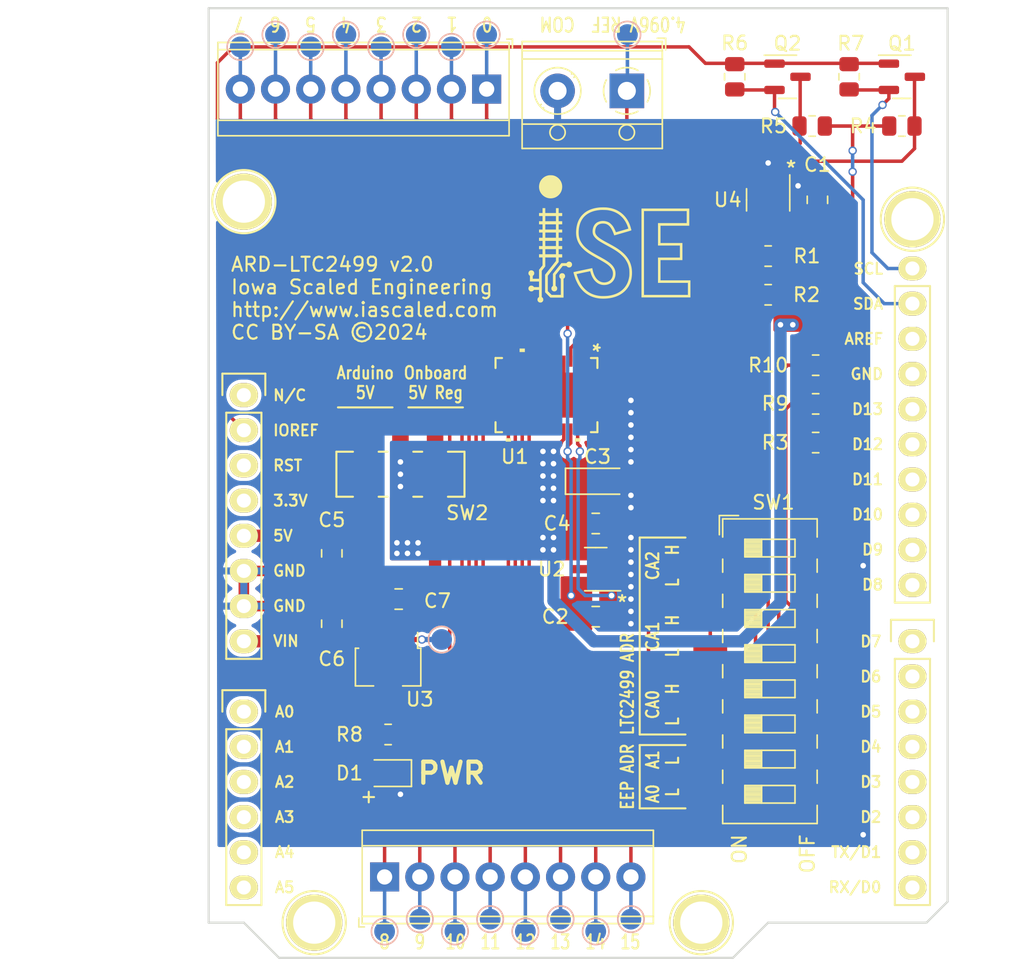
<source format=kicad_pcb>
(kicad_pcb (version 20211014) (generator pcbnew)
  (title_block (date "lun. 30 mars 2015"))
  (layers (0 "F.Cu" signal) (31 "B.Cu" signal) (34 "B.Paste" user) (35 "F.Paste" user) (36 "B.SilkS" user "B.Silkscreen") (37 "F.SilkS" user "F.Silkscreen") (38 "B.Mask" user) (39 "F.Mask" user) (44 "Edge.Cuts" user))
  (net 0 "")
  (net 1 "/IOREF")
  (net 2 "/Reset")
  (net 3 "+5V")
  (net 4 "GND")
  (net 5 "/Vin")
  (net 6 "/A0")
  (net 7 "/A1")
  (net 8 "/A2")
  (net 9 "/A3")
  (net 10 "/AREF")
  (net 11 "VCC")
  (net 12 "/VREF")
  (net 13 "/9(**)")
  (net 14 "/8")
  (net 15 "/7")
  (net 16 "/6(**)")
  (net 17 "/5(**)")
  (net 18 "/4")
  (net 19 "/3(**)")
  (net 20 "/2")
  (net 21 "/1(Tx)")
  (net 22 "/0(Rx)")
  (net 23 "Net-(C7-Pad1)")
  (net 24 "Net-(D1-Pad2)")
  (net 25 "Net-(J2-Pad1)")
  (net 26 "Net-(J2-Pad2)")
  (net 27 "/13(SCK)")
  (net 28 "Net-(J2-Pad3)")
  (net 29 "Net-(J2-Pad4)")
  (net 30 "+3V3")
  (net 31 "/12(MISO)")
  (net 32 "Net-(J2-Pad5)")
  (net 33 "Net-(J2-Pad6)")
  (net 34 "Net-(J2-Pad7)")
  (net 35 "Net-(J2-Pad8)")
  (net 36 "Net-(J3-Pad1)")
  (net 37 "Net-(J3-Pad2)")
  (net 38 "Net-(J3-Pad3)")
  (net 39 "Net-(J3-Pad4)")
  (net 40 "Net-(J3-Pad5)")
  (net 41 "Net-(J3-Pad6)")
  (net 42 "Net-(J3-Pad7)")
  (net 43 "Net-(J3-Pad8)")
  (net 45 "/A4")
  (net 46 "/A5")
  (net 47 "/SCL")
  (net 48 "/SDA")
  (net 49 "/11(**{slash}MOSI)")
  (net 50 "/10(**{slash}SS)")
  (net 55 "/SCL_5V")
  (net 56 "/SDA_5V")
  (net 57 "Net-(R3-Pad1)")
  (net 58 "/CA0")
  (net 59 "/CA1")
  (net 60 "/CA2")
  (net 62 "Net-(R9-Pad1)")
  (net 63 "Net-(R10-Pad1)")
  (net 64 "Net-(U1-Pad24)")
  (net 65 "Net-(U1-Pad26)")
  (net 68 "/AD0")
  (net 69 "/AD1")
  (footprint "Socket_Arduino_Uno:Socket_Strip_Arduino_1x08" (layer "F.Cu") (at 122.174 92.075 -90)
    (fp_text reference "P1" hide)
    (fp_text value "Power")
  )
  (footprint "Socket_Arduino_Uno:Socket_Strip_Arduino_1x06" (layer "F.Cu") (at 122.174 114.935 -90)
    (fp_text reference "P2" hide)
    (fp_text value "Analog")
  )
  (footprint "Socket_Arduino_Uno:Socket_Strip_Arduino_1x10" (layer "F.Cu") (at 170.434 82.931 -90)
    (fp_text reference "P3" hide)
    (fp_text value "Digital")
  )
  (footprint "Socket_Arduino_Uno:Socket_Strip_Arduino_1x08" (layer "F.Cu") (at 170.434 109.855 -90)
    (fp_text reference "P4" hide)
    (fp_text value "Digital")
  )
  (footprint "Socket_Arduino_Uno:Arduino_1pin" (layer "F.Cu") (at 122.174 78.105 -90)
    (fp_text reference "P5" hide)
    (fp_text value "CONN_01X01" hide)
  )
  (footprint "Socket_Arduino_Uno:Arduino_1pin" (layer "F.Cu") (at 127.254 130.175 -90)
    (fp_text reference "P6" hide)
    (fp_text value "CONN_01X01" hide)
  )
  (footprint "Socket_Arduino_Uno:Arduino_1pin" (layer "F.Cu") (at 170.434 79.375 -90)
    (fp_text reference "P7" hide)
    (fp_text value "CONN_01X01" hide)
  )
  (footprint "Socket_Arduino_Uno:Arduino_1pin" (layer "F.Cu") (at 155.194 130.175 -90)
    (fp_text reference "P8" hide)
    (fp_text value "CONN_01X01" hide)
  )
  (footprint "ISE_UltraLibrarian:SW_JS202011SCQN" (layer "F.Cu") (at 133.477 97.79 90)
    (fp_text reference "SW2")
    (fp_text value "JS202011SCQN")
  )
  (footprint "Resistor_SMD:R_0805_2012Metric" (layer "F.Cu") (at 160.02 82.0365)
    (fp_text reference "R1")
    (fp_text value "10k")
  )
  (footprint "Resistor_SMD:R_0805_2012Metric" (layer "F.Cu") (at 165.862 69.088 90)
    (fp_text reference "R7")
    (fp_text value "10k")
  )
  (footprint "Package_TO_SOT_SMD:TSOT-23-6" (layer "F.Cu") (at 160.02 77.9725 -90)
    (fp_text reference "U4")
    (fp_text value "24AA025E64")
  )
  (footprint "Resistor_SMD:R_0805_2012Metric" (layer "F.Cu") (at 163.195 72.644)
    (fp_text reference "R5")
    (fp_text value "10k")
  )
  (footprint "ISE_UltraLibrarian:QFN-38_UHF_LIT" (layer "F.Cu") (at 144.018 92.075 -90)
    (fp_text reference "U1")
    (fp_text value "LTC2499CUHF-PBF")
  )
  (footprint "Capacitor_SMD:C_0805_2012Metric" (layer "F.Cu") (at 147.574 108.077)
    (fp_text reference "C2")
    (fp_text value "1uF")
  )
  (footprint "Package_TO_SOT_SMD:SOT-23" (layer "F.Cu") (at 161.417 69.088)
    (fp_text reference "Q2")
    (fp_text value "BSS138")
  )
  (footprint "Capacitor_SMD:C_0805_2012Metric" (layer "F.Cu") (at 163.576 77.9725 90)
    (fp_text reference "C1")
    (fp_text value "0.1uF")
  )
  (footprint "TerminalBlock_RND:TerminalBlock_RND_205-00012_1x02_P5.00mm_Horizontal" (layer "F.Cu") (at 149.819995 70.104 180)
    (fp_text reference "J1" hide)
    (fp_text value "Screw_Terminal_01x02")
  )
  (footprint "Resistor_SMD:R_0805_2012Metric" (layer "F.Cu") (at 160.02 84.8305)
    (fp_text reference "R2")
    (fp_text value "10k")
  )
  (footprint "Resistor_SMD:R_0805_2012Metric" (layer "F.Cu") (at 157.607 69.088 90)
    (fp_text reference "R6")
    (fp_text value "10k")
  )
  (footprint "Capacitor_SMD:C_0805_2012Metric" (layer "F.Cu") (at 128.524 108.585 90)
    (fp_text reference "C6")
    (fp_text value "10uF")
  )
  (footprint "Button_Switch_SMD:SW_DIP_SPSTx08_Slide_6.7x21.88mm_W8.61mm_P2.54mm_LowProfile" (layer "F.Cu") (at 160.147 112.014)
    (fp_text reference "SW1")
    (fp_text value "SW_DIP_x08")
  )
  (footprint "TerminalBlock_TE-Connectivity:TerminalBlock_TE_282834-8_1x08_P2.54mm_Horizontal" (layer "F.Cu") (at 139.7 69.977 180)
    (fp_text reference "J2" hide)
    (fp_text value "Screw_Terminal_01x08")
  )
  (footprint "ISE_Generic:SOT-89-3" (layer "F.Cu") (at 132.588 111.4175 -90)
    (fp_text reference "U3")
    (fp_text value "AP7381-50Y")
  )
  (footprint "Resistor_SMD:R_0805_2012Metric" (layer "F.Cu") (at 163.449 89.916)
    (fp_text reference "R10")
    (fp_text value "1k")
  )
  (footprint "LED_SMD:LED_0805_2012Metric" (layer "F.Cu") (at 132.588 119.38 180)
    (fp_text reference "D1")
    (fp_text value "GREEN LED")
  )
  (footprint "Package_TO_SOT_SMD:TSOT-23-6" (layer "F.Cu") (at 147.574 104.648 180)
    (fp_text reference "U2")
    (fp_text value "LT6654xxS6")
  )
  (footprint "Resistor_SMD:R_0805_2012Metric" (layer "F.Cu") (at 132.588 116.586)
    (fp_text reference "R8")
    (fp_text value "1k")
  )
  (footprint "Resistor_SMD:R_0805_2012Metric" (layer "F.Cu") (at 163.449 95.504)
    (fp_text reference "R3")
    (fp_text value "1k")
  )
  (footprint "Package_TO_SOT_SMD:SOT-23" (layer "F.Cu") (at 169.672 69.088)
    (fp_text reference "Q1")
    (fp_text value "BSS138")
  )
  (footprint "TerminalBlock_TE-Connectivity:TerminalBlock_TE_282834-8_1x08_P2.54mm_Horizontal" (layer "F.Cu") (at 132.334 126.873)
    (fp_text reference "J3" hide)
    (fp_text value "Screw_Terminal_01x08")
  )
  (footprint "Capacitor_Tantalum_SMD:CP_EIA-3216-18_Kemet-A" (layer "F.Cu") (at 147.701 98.298)
    (fp_text reference "C3")
    (fp_text value "22uF")
  )
  (footprint "Resistor_SMD:R_0805_2012Metric" (layer "F.Cu") (at 169.672 72.644 180)
    (fp_text reference "R4")
    (fp_text value "10k")
  )
  (footprint "Capacitor_SMD:C_0805_2012Metric" (layer "F.Cu") (at 128.524 103.505 -90)
    (fp_text reference "C5")
    (fp_text value "10uF")
  )
  (footprint "Capacitor_SMD:C_0805_2012Metric" (layer "F.Cu") (at 147.574 101.346)
    (fp_text reference "C4")
    (fp_text value "0.1uF")
  )
  (footprint "Capacitor_SMD:C_0805_2012Metric" (layer "F.Cu") (at 133.35 106.807 180)
    (fp_text reference "C7")
    (fp_text value "2.2uF")
  )
  (footprint "Resistor_SMD:R_0805_2012Metric" (layer "F.Cu") (at 163.449 92.71)
    (fp_text reference "R9")
    (fp_text value "1k")
  )
  (footprint "TestPoint:TestPoint_Pad_D1.5mm" (layer "B.Cu") (at 139.954 129.921 180)
    (fp_text reference "TP9" hide)
    (fp_text value "TestPoint")
  )
  (footprint "TestPoint:TestPoint_Pad_D1.5mm" (layer "B.Cu") (at 129.54 66.04 180)
    (fp_text reference "TP8" hide)
    (fp_text value "TestPoint")
  )
  (footprint "TestPoint:TestPoint_Pad_D1.5mm" (layer "B.Cu") (at 147.574 130.81 180)
    (fp_text reference "TP16" hide)
    (fp_text value "TestPoint")
  )
  (footprint "TestPoint:TestPoint_Pad_D1.5mm" (layer "B.Cu") (at 137.414 130.81 180)
    (fp_text reference "TP7" hide)
    (fp_text value "TestPoint")
  )
  (footprint "TestPoint:TestPoint_Pad_D1.5mm" (layer "B.Cu") (at 150.114 129.921 180)
    (fp_text reference "TP18" hide)
    (fp_text value "TestPoint")
  )
  (footprint "TestPoint:TestPoint_Pad_D1.5mm" (layer "B.Cu") (at 121.92 66.929 180)
    (fp_text reference "TP2" hide)
    (fp_text value "TestPoint")
  )
  (footprint "TestPoint:TestPoint_Pad_D1.5mm" (layer "B.Cu") (at 124.46 66.04 180)
    (fp_text reference "TP4" hide)
    (fp_text value "TestPoint")
  )
  (footprint "TestPoint:TestPoint_Pad_D1.5mm" (layer "B.Cu") (at 142.494 130.81 180)
    (fp_text reference "TP11" hide)
    (fp_text value "TestPoint")
  )
  (footprint "TestPoint:TestPoint_Pad_D1.5mm" (layer "B.Cu") (at 136.4488 109.728 180)
    (fp_text reference "TP12" hide)
    (fp_text value "TestPoint")
  )
  (footprint "TestPoint:TestPoint_Pad_D1.5mm" (layer "B.Cu") (at 137.16 66.929 180)
    (fp_text reference "TP15" hide)
    (fp_text value "TestPoint")
  )
  (footprint "TestPoint:TestPoint_Pad_D1.5mm" (layer "B.Cu") (at 145.034 129.921 180)
    (fp_text reference "TP14" hide)
    (fp_text value "TestPoint")
  )
  (footprint "TestPoint:TestPoint_Pad_D1.5mm" (layer "B.Cu") (at 127 66.929 180)
    (fp_text reference "TP6" hide)
    (fp_text value "TestPoint")
  )
  (footprint "TestPoint:TestPoint_Pad_D1.5mm" (layer "B.Cu") (at 132.334 130.81 180)
    (fp_text reference "TP3" hide)
    (fp_text value "TestPoint")
  )
  (footprint "TestPoint:TestPoint_Pad_D1.5mm" (layer "B.Cu") (at 149.86 66.04 180)
    (fp_text reference "TP1" hide)
    (fp_text value "TestPoint")
  )
  (footprint "TestPoint:TestPoint_Pad_D1.5mm" (layer "B.Cu") (at 134.874 129.921 180)
    (fp_text reference "TP5" hide)
    (fp_text value "TestPoint")
  )
  (footprint "TestPoint:TestPoint_Pad_D1.5mm" (layer "B.Cu") (at 139.7 66.04 180)
    (fp_text reference "TP17" hide)
    (fp_text value "TestPoint")
  )
  (footprint "TestPoint:TestPoint_Pad_D1.5mm" (layer "B.Cu") (at 132.08 66.929 180)
    (fp_text reference "TP10" hide)
    (fp_text value "TestPoint")
  )
  (footprint "TestPoint:TestPoint_Pad_D1.5mm" (layer "B.Cu") (at 134.62 66.04 180)
    (fp_text reference "TP13" hide)
    (fp_text value "TestPoint")
  )
  (gr_line (start 150.749 116.586) (end 150.749 102.362) (layer "F.SilkS") (width 0.15))
  (gr_line (start 150.749 117.348) (end 154.051 117.348) (layer "F.SilkS") (width 0.15))
  (gr_line (start 134.0485 92.964) (end 137.9855 92.964) (layer "F.SilkS") (width 0.15))
  (gr_line (start 150.749 102.362) (end 154.051 102.362) (layer "F.SilkS") (width 0.15))
  (gr_poly (pts (xy 143.932364 78.925892) (xy 144.701419 78.925892) (xy 144.701419 78.573114) (xy 144.898975 78.573114) (xy 144.898975 78.925892) (xy 145.152975 78.925892) (xy 145.152975 79.144614) (xy 144.898975 79.144614) (xy 144.898975 79.518558) (xy 145.152975 79.518558) (xy 145.152975 79.744336) (xy 144.898975 79.744336) (xy 144.898975 80.11828) (xy 145.152975 80.11828) (xy 145.152975 80.337003) (xy 144.898975 80.337003) (xy 144.898975 80.710947) (xy 145.152975 80.710947) (xy 145.152975 80.936725) (xy 144.898975 80.936725) (xy 144.898975 81.310669) (xy 145.152975 81.310669) (xy 145.152975 81.536447) (xy 144.898975 81.536447) (xy 144.898975 81.903336) (xy 145.152975 81.903336) (xy 145.152975 82.13617) (xy 144.898975 82.13617) (xy 144.898975 82.464958) (xy 144.507391 82.959552) (xy 144.115808 83.454852) (xy 144.115808 84.566808) (xy 144.25198 84.70298) (xy 144.387447 84.838447) (xy 145.054197 84.838447) (xy 145.054197 84.253541) (xy 145.054169 84.063274) (xy 145.054104 83.985941) (xy 145.053976 83.919384) (xy 145.053883 83.889891) (xy 145.053766 83.862786) (xy 145.053624 83.837966) (xy 145.053453 83.815329) (xy 145.053251 83.794774) (xy 145.053015 83.776197) (xy 145.052744 83.759497) (xy 145.052433 83.744571) (xy 145.052081 83.731318) (xy 145.051685 83.719634) (xy 145.051243 83.709419) (xy 145.051004 83.704829) (xy 145.050752 83.700569) (xy 145.050487 83.696624) (xy 145.050209 83.692983) (xy 145.049917 83.689631) (xy 145.049611 83.686558) (xy 145.049292 83.683749) (xy 145.048957 83.681192) (xy 145.048608 83.678874) (xy 145.048244 83.676783) (xy 145.047864 83.674905) (xy 145.047468 83.673228) (xy 145.047056 83.67174) (xy 145.046628 83.670427) (xy 145.046183 83.669276) (xy 145.045721 83.668275) (xy 145.045241 83.667412) (xy 145.044744 83.666672) (xy 145.044228 83.666044) (xy 145.043694 83.665515) (xy 145.043141 83.665072) (xy 145.04257 83.664701) (xy 145.041979 83.664392) (xy 145.041368 83.66413) (xy 145.040086 83.663697) (xy 145.037756 83.662805) (xy 145.035274 83.661593) (xy 145.029899 83.658272) (xy 145.024062 83.653857) (xy 145.017861 83.648472) (xy 145.011395 83.64224) (xy 145.004764 83.635283) (xy 144.998067 83.627725) (xy 144.991403 83.619688) (xy 144.984871 83.611295) (xy 144.97857 83.60267) (xy 144.972601 83.593936) (xy 144.967061 83.585215) (xy 144.96205 83.57663) (xy 144.957668 83.568305) (xy 144.954014 83.560362) (xy 144.951186 83.552925) (xy 144.948159 83.542775) (xy 144.945687 83.532212) (xy 144.943766 83.521304) (xy 144.942388 83.510118) (xy 144.941548 83.498721) (xy 144.941239 83.48718) (xy 144.941455 83.475563) (xy 144.94219 83.463937) (xy 144.943437 83.452368) (xy 144.945191 83.440925) (xy 144.947445 83.429674) (xy 144.950194 83.418682) (xy 144.95343 83.408017) (xy 144.957147 83.397745) (xy 144.96134 83.387935) (xy 144.966002 83.378653) (xy 144.970531 83.370569) (xy 144.975143 83.362963) (xy 144.979873 83.355803) (xy 144.984755 83.349052) (xy 144.989823 83.342678) (xy 144.995111 83.336646) (xy 145.000653 83.330921) (xy 145.006484 83.325471) (xy 145.012637 83.32026) (xy 145.019146 83.315256) (xy 145.026047 83.310422) (xy 145.033372 83.305726) (xy 145.041156 83.301134) (xy 145.049433 83.296611) (xy 145.058237 83.292123) (xy 145.067602 83.287636) (xy 145.07893 83.28266) (xy 145.084091 83.28059) (xy 145.089034 83.278783) (xy 145.093844 83.277229) (xy 145.098608 83.275915) (xy 145.103414 83.274831) (xy 145.108348 83.273966) (xy 145.113497 83.273306) (xy 145.118948 83.272842) (xy 145.124788 83.272563) (xy 145.131103 83.272455) (xy 145.13798 83.272509) (xy 145.145506 83.272713) (xy 145.162852 83.273524) (xy 145.174909 83.274322) (xy 145.186246 83.275407) (xy 145.196922 83.276802) (xy 145.206994 83.278529) (xy 145.21652 83.280613) (xy 145.225559 83.283074) (xy 145.234167 83.285937) (xy 145.242404 83.289223) (xy 145.250326 83.292956) (xy 145.257992 83.297158) (xy 145.26546 83.301852) (xy 145.272787 83.307061) (xy 145.280031 83.312807) (xy 145.287251 83.319113) (xy 145.294503 83.326002) (xy 145.301847 83.333497) (xy 145.309713 83.341989) (xy 145.316923 83.350307) (xy 145.323495 83.358508) (xy 145.329452 83.366647) (xy 145.334813 83.374782) (xy 145.3396 83.38297) (xy 145.343832 83.391267) (xy 145.347532 83.399731) (xy 145.350718 83.408418) (xy 145.353413 83.417385) (xy 145.355637 83.426689) (xy 145.357409 83.436387) (xy 145.358752 83.446535) (xy 145.359686 83.457191) (xy 145.360231 83.468411) (xy 145.360408 83.480252) (xy 145.360258 83.493765) (xy 145.35954 83.506792) (xy 145.358247 83.519346) (xy 145.356373 83.531438) (xy 145.353912 83.54308) (xy 145.350858 83.554282) (xy 145.347205 83.565057) (xy 145.342945 83.575415) (xy 145.338074 83.585367) (xy 145.335408 83.590195) (xy 145.332585 83.594926) (xy 145.329607 83.599562) (xy 145.326472 83.604103) (xy 145.319728 83.612908) (xy 145.312348 83.621354) (xy 145.304325 83.629452) (xy 145.295652 83.637212) (xy 145.286325 83.644647) (xy 145.252458 83.670753) (xy 145.252458 84.353024) (xy 145.251752 85.036002) (xy 144.30278 85.036002) (xy 144.110869 84.844092) (xy 143.918253 84.651475) (xy 143.918253 83.378653) (xy 144.309836 82.883353) (xy 144.701419 82.388758) (xy 144.701419 82.13617) (xy 143.932364 82.13617) (xy 143.932364 82.458608) (xy 143.931658 82.781752) (xy 143.805364 82.940502) (xy 143.679069 83.099252) (xy 143.678364 84.044697) (xy 143.678364 84.990141) (xy 143.713641 85.020481) (xy 143.723186 85.028953) (xy 143.731987 85.037462) (xy 143.740063 85.046043) (xy 143.747431 85.054733) (xy 143.754108 85.063567) (xy 143.760113 85.072582) (xy 143.765462 85.081815) (xy 143.770174 85.0913) (xy 143.774266 85.101075) (xy 143.777755 85.111176) (xy 143.780659 85.121638) (xy 143.782995 85.132498) (xy 143.784782 85.143792) (xy 143.786037 85.155557) (xy 143.786777 85.167828) (xy 143.787019 85.180641) (xy 143.787098 85.19718) (xy 143.786974 85.204476) (xy 143.786722 85.211223) (xy 143.786324 85.217499) (xy 143.785767 85.22338) (xy 143.785033 85.228943) (xy 143.784109 85.234264) (xy 143.782978 85.239419) (xy 143.781624 85.244486) (xy 143.780033 85.24954) (xy 143.778189 85.254658) (xy 143.776076 85.259917) (xy 143.773678 85.265393) (xy 143.770981 85.271162) (xy 143.767969 85.277302) (xy 143.760645 85.291034) (xy 143.752698 85.303917) (xy 143.744135 85.315945) (xy 143.734962 85.32711) (xy 143.725186 85.337407) (xy 143.714813 85.34683) (xy 143.703848 85.355372) (xy 143.692298 85.363027) (xy 143.68017 85.36979) (xy 143.667469 85.375653) (xy 143.654202 85.380611) (xy 143.640374 85.384657) (xy 143.625992 85.387786) (xy 143.611063 85.38999) (xy 143.595592 85.391264) (xy 143.579586 85.391602) (xy 143.566998 85.391369) (xy 143.55488 85.39066) (xy 143.54321 85.389463) (xy 143.531961 85.387766) (xy 143.521109 85.385556) (xy 143.510629 85.382821) (xy 143.500496 85.379549) (xy 143.490686 85.375727) (xy 143.481173 85.371343) (xy 143.471934 85.366384) (xy 143.462942 85.360838) (xy 143.454173 85.354693) (xy 143.445603 85.347936) (xy 143.437207 85.340554) (xy 143.428959 85.332536) (xy 143.420836 85.323869) (xy 143.413467 85.315281) (xy 143.4067 85.306691) (xy 143.400524 85.298063) (xy 143.394929 85.289363) (xy 143.389904 85.280556) (xy 143.38544 85.271606) (xy 143.381525 85.262478) (xy 143.37815 85.253137) (xy 143.375304 85.243549) (xy 143.372977 85.233677) (xy 143.371158 85.223486) (xy 143.369838 85.212943) (xy 143.369005 85.20201) (xy 143.36865 85.190654) (xy 143.368762 85.178839) (xy 143.36933 85.16653) (xy 143.370388 85.154641) (xy 143.371972 85.143054) (xy 143.374079 85.131773) (xy 143.376706 85.120802) (xy 143.379849 85.110144) (xy 143.383506 85.099806) (xy 143.387674 85.089789) (xy 143.392349 85.0801) (xy 143.397529 85.070741) (xy 143.403209 85.061717) (xy 143.409388 85.053031) (xy 143.416062 85.04469) (xy 143.423228 85.036695) (xy 143.430883 85.029052) (xy 143.439024 85.021764) (xy 143.447647 85.014836) (xy 143.480808 84.990141) (xy 143.480808 84.478613) (xy 143.117447 84.478613) (xy 143.086403 84.514597) (xy 143.076698 84.52522) (xy 143.066527 84.535002) (xy 143.055928 84.543947) (xy 143.044939 84.552062) (xy 143.033598 84.559351) (xy 143.021943 84.56582) (xy 143.010012 84.571475) (xy 142.997844 84.576322) (xy 142.985477 84.580366) (xy 142.972948 84.583612) (xy 142.960296 84.586066) (xy 142.947558 84.587734) (xy 142.934774 84.588621) (xy 142.921981 84.588732) (xy 142.909217 84.588074) (xy 142.89652 84.586652) (xy 142.883929 84.584471) (xy 142.871481 84.581537) (xy 142.859215 84.577856) (xy 142.847168 84.573432) (xy 142.83538 84.568273) (xy 142.823887 84.562382) (xy 142.812729 84.555766) (xy 142.801942 84.548431) (xy 142.791567 84.540381) (xy 142.781639 84.531623) (xy 142.772198 84.522161) (xy 142.763282 84.512002) (xy 142.754928 84.501151) (xy 142.747175 84.489614) (xy 142.740062 84.477396) (xy 142.733625 84.464503) (xy 142.730286 84.456904) (xy 142.72728 84.449197) (xy 142.724604 84.441392) (xy 142.722256 84.433502) (xy 142.720234 84.425538) (xy 142.718534 84.41751) (xy 142.717156 84.409431) (xy 142.716096 84.401311) (xy 142.714923 84.384997) (xy 142.714997 84.368657) (xy 142.716298 84.352384) (xy 142.718808 84.336268) (xy 142.722509 84.3204) (xy 142.727382 84.304871) (xy 142.733409 84.289772) (xy 142.74057 84.275193) (xy 142.744571 84.268128) (xy 142.748848 84.261227) (xy 142.753399 84.254502) (xy 142.758223 84.247963) (xy 142.763316 84.241623) (xy 142.768677 84.235493) (xy 142.774303 84.229585) (xy 142.780192 84.223908) (xy 142.788551 84.216538) (xy 142.796729 84.209764) (xy 142.804778 84.203568) (xy 142.812746 84.197935) (xy 142.820686 84.192847) (xy 142.828647 84.188288) (xy 142.836681 84.184242) (xy 142.844838 84.180693) (xy 142.853168 84.177622) (xy 142.861723 84.175015) (xy 142.870553 84.172854) (xy 142.879708 84.171124) (xy 142.889239 84.169806) (xy 142.899198 84.168886) (xy 142.909633 84.168345) (xy 142.920597 84.168169) (xy 142.933837 84.168355) (xy 142.946346 84.168933) (xy 142.958187 84.169927) (xy 142.969424 84.171366) (xy 142.980119 84.173276) (xy 142.990335 84.175685) (xy 143.000137 84.178618) (xy 143.009585 84.182104) (xy 143.018745 84.186168) (xy 143.027678 84.190838) (xy 143.036447 84.19614) (xy 143.045117 84.202102) (xy 143.053749 84.20875) (xy 143.062407 84.216111) (xy 143.071154 84.224212) (xy 143.080053 84.23308) (xy 143.120975 84.274002) (xy 143.480808 84.274002) (xy 143.480808 83.871836) (xy 142.824642 83.871836) (xy 142.824642 83.466142) (xy 142.788658 83.435097) (xy 142.777332 83.424759) (xy 142.76691 83.413875) (xy 142.757401 83.402479) (xy 142.748816 83.390603) (xy 142.741166 83.37828) (xy 142.73446 83.365545) (xy 142.728709 83.352428) (xy 142.723923 83.338965) (xy 142.720114 83.325187) (xy 142.71729 83.311129) (xy 142.715462 83.296822) (xy 142.714641 83.2823) (xy 142.714837 83.267596) (xy 142.71606 83.252744) (xy 142.718321 83.237776) (xy 142.72163 83.222725) (xy 142.72699 83.204548) (xy 142.73352 83.187341) (xy 142.737212 83.17911) (xy 142.741183 83.171133) (xy 142.745427 83.163412) (xy 142.749941 83.155951) (xy 142.754719 83.148753) (xy 142.759757 83.141823) (xy 142.765051 83.135163) (xy 142.770595 83.128777) (xy 142.776385 83.122669) (xy 142.782416 83.116841) (xy 142.788684 83.111299) (xy 142.795185 83.106044) (xy 142.801912 83.10108) (xy 142.808862 83.096412) (xy 142.816031 83.092042) (xy 142.823412 83.087973) (xy 142.831003 83.084211) (xy 142.838797 83.080757) (xy 142.846792 83.077615) (xy 142.85498 83.07479) (xy 142.863359 83.072283) (xy 142.871924 83.0701) (xy 142.889591 83.066716) (xy 142.907945 83.064665) (xy 142.926947 83.063975) (xy 142.934845 83.064169) (xy 142.942659 83.064616) (xy 142.950387 83.065316) (xy 142.958025 83.066264) (xy 142.965567 83.067458) (xy 142.973009 83.068897) (xy 142.980349 83.070577) (xy 142.987581 83.072497) (xy 142.994701 83.074653) (xy 143.001706 83.077043) (xy 143.00859 83.079665) (xy 143.015351 83.082516) (xy 143.021983 83.085595) (xy 143.028484 83.088897) (xy 143.034847 83.092422) (xy 143.041071 83.096166) (xy 143.047149 83.100127) (xy 143.053079 83.104303) (xy 143.058856 83.10869) (xy 143.064475 83.113288) (xy 143.069934 83.118093) (xy 143.075227 83.123102) (xy 143.08035 83.128314) (xy 143.0853 83.133726) (xy 143.090072 83.139335) (xy 143.094663 83.145139) (xy 143.099067 83.151135) (xy 143.103281 83.157322) (xy 143.107301 83.163696) (xy 143.111122 83.170255) (xy 143.114741 83.176997) (xy 143.118153 83.183919) (xy 143.121774 83.192347) (xy 143.124964 83.201437) (xy 143.127723 83.211105) (xy 143.130048 83.22127) (xy 143.131939 83.231847) (xy 143.133395 83.242756) (xy 143.134415 83.253912) (xy 143.134998 83.265234) (xy 143.135142 83.276639) (xy 143.134848 83.288044) (xy 143.134113 83.299366) (xy 143.132936 83.310522) (xy 143.131318 83.321431) (xy 143.129255 83.332009) (xy 143.126749 83.342173) (xy 143.123797 83.351842) (xy 143.121157 83.358703) (xy 143.117794 83.365986) (xy 143.113795 83.373583) (xy 143.109245 83.381387) (xy 143.104232 83.38929) (xy 143.098844 83.397184) (xy 143.093165 83.404963) (xy 143.087285 83.412519) (xy 143.081288 83.419744) (xy 143.075263 83.426531) (xy 143.069295 83.432772) (xy 143.063472 83.43836) (xy 143.057881 83.443187) (xy 143.052608 83.447146) (xy 143.050118 83.448767) (xy 143.04774 83.45013) (xy 143.045485 83.451222) (xy 143.043364 83.45203) (xy 143.040996 83.45288) (xy 143.038909 83.453931) (xy 143.037084 83.455318) (xy 143.035503 83.457179) (xy 143.034151 83.459646) (xy 143.033008 83.462857) (xy 143.032057 83.466947) (xy 143.031281 83.47205) (xy 143.030662 83.478303) (xy 143.030183 83.48584) (xy 143.029572 83.505311) (xy 143.029309 83.531544) (xy 143.029253 83.565625) (xy 143.029253 83.674281) (xy 143.480808 83.674281) (xy 143.480808 83.023758) (xy 143.607808 82.864303) (xy 143.734808 82.704141) (xy 143.734808 82.13617) (xy 143.480808 82.13617) (xy 143.480808 81.903336) (xy 143.734808 81.903336) (xy 143.932364 81.903336) (xy 144.701419 81.903336) (xy 144.701419 81.536447) (xy 143.932364 81.536447) (xy 143.932364 81.903336) (xy 143.734808 81.903336) (xy 143.734808 81.536447) (xy 143.480808 81.536447) (xy 143.480808 81.310669) (xy 143.734808 81.310669) (xy 143.932364 81.310669) (xy 144.701419 81.310669) (xy 144.701419 80.936725) (xy 143.932364 80.936725) (xy 143.932364 81.310669) (xy 143.734808 81.310669) (xy 143.734808 80.936725) (xy 143.480808 80.936725) (xy 143.480808 80.710947) (xy 143.734808 80.710947) (xy 143.932364 80.710947) (xy 144.701419 80.710947) (xy 144.701419 80.337003) (xy 143.932364 80.337003) (xy 143.932364 80.710947) (xy 143.734808 80.710947) (xy 143.734808 80.337003) (xy 143.480808 80.337003) (xy 143.480808 80.11828) (xy 143.734808 80.11828) (xy 143.932364 80.11828) (xy 144.701419 80.11828) (xy 144.701419 79.744336) (xy 143.932364 79.744336) (xy 143.932364 80.11828) (xy 143.734808 80.11828) (xy 143.734808 79.744336) (xy 143.480808 79.744336) (xy 143.480808 79.518558) (xy 143.734808 79.518558) (xy 143.932364 79.518558) (xy 144.701419 79.518558) (xy 144.701419 79.144614) (xy 143.932364 79.144614) (xy 143.932364 79.518558) (xy 143.734808 79.518558) (xy 143.734808 79.144614) (xy 143.480808 79.144614) (xy 143.480808 78.925892) (xy 143.734808 78.925892) (xy 143.734808 78.573114) (xy 143.932364 78.573114)) (layer "F.SilkS") (width 0) (fill solid))
  (gr_poly (pts (xy 148.182192 78.517995) (xy 148.251973 78.519073) (xy 148.311601 78.520977) (xy 148.356197 78.523725) (xy 148.511832 78.542983) (xy 148.66191 78.571821) (xy 148.734808 78.589789) (xy 148.806248 78.610098) (xy 148.876208 78.632731) (xy 148.944663 78.65767) (xy 149.011592 78.684898) (xy 149.076972 78.714396) (xy 149.140779 78.746146) (xy 149.202992 78.780131) (xy 149.263586 78.816333) (xy 149.322539 78.854734) (xy 149.379829 78.895317) (xy 149.435432 78.938063) (xy 149.489326 78.982954) (xy 149.541487 79.029973) (xy 149.591893 79.079102) (xy 149.640522 79.130324) (xy 149.687349 79.183619) (xy 149.732352 79.238971) (xy 149.775509 79.296362) (xy 149.816796 79.355773) (xy 149.856191 79.417188) (xy 149.89367 79.480588) (xy 149.929212 79.545954) (xy 149.962792 79.613271) (xy 149.994389 79.682519) (xy 150.023979 79.753681) (xy 150.077047 79.901675) (xy 150.088414 79.937861) (xy 150.100385 79.978569) (xy 150.112307 80.021246) (xy 150.123525 80.063335) (xy 150.133388 80.102283) (xy 150.141241 80.135533) (xy 150.146432 80.160532) (xy 150.147825 80.169139) (xy 150.148308 80.174725) (xy 150.146537 80.176639) (xy 150.141054 80.179523) (xy 150.117925 80.188505) (xy 150.01584 80.221468) (xy 149.825649 80.278508) (xy 149.530947 80.364519) (xy 149.290771 80.43395) (xy 149.093855 80.490284) (xy 148.960439 80.527833) (xy 148.923869 80.537785) (xy 148.910764 80.540908) (xy 148.909565 80.53843) (xy 148.907126 80.532331) (xy 148.899122 80.510922) (xy 148.887943 80.479988) (xy 148.87478 80.442836) (xy 148.844166 80.359319) (xy 148.812861 80.281213) (xy 148.780784 80.208421) (xy 148.747857 80.140847) (xy 148.714 80.078396) (xy 148.679133 80.02097) (xy 148.661296 79.994112) (xy 148.643177 79.968475) (xy 148.624765 79.944046) (xy 148.606052 79.920813) (xy 148.587026 79.898765) (xy 148.567678 79.877889) (xy 148.547998 79.858174) (xy 148.527976 79.839607) (xy 148.507602 79.822176) (xy 148.486867 79.80587) (xy 148.465759 79.790676) (xy 148.44427 79.776582) (xy 148.422389 79.763577) (xy 148.400106 79.751648) (xy 148.377412 79.740783) (xy 148.354297 79.73097) (xy 148.330749 79.722198) (xy 148.306761 79.714454) (xy 148.282321 79.707726) (xy 148.257419 79.702003) (xy 148.240764 79.698762) (xy 148.222931 79.695919) (xy 148.2041 79.693474) (xy 148.184449 79.69143) (xy 148.143404 79.688546) (xy 148.101227 79.687274) (xy 148.059347 79.687623) (xy 148.019195 79.689601) (xy 148.000214 79.691203) (xy 147.982202 79.693215) (xy 147.965336 79.695639) (xy 147.949797 79.698475) (xy 147.904304 79.709573) (xy 147.861481 79.723292) (xy 147.821321 79.739643) (xy 147.783815 79.758635) (xy 147.766055 79.769124) (xy 147.748955 79.780276) (xy 147.732514 79.792094) (xy 147.716732 79.804577) (xy 147.701607 79.817727) (xy 147.687139 79.831546) (xy 147.673325 79.846035) (xy 147.660166 79.861194) (xy 147.64766 79.877024) (xy 147.635807 79.893528) (xy 147.624604 79.910706) (xy 147.614052 79.928559) (xy 147.594893 79.966296) (xy 147.578322 80.006748) (xy 147.564331 80.049924) (xy 147.552911 80.095834) (xy 147.544054 80.144486) (xy 147.537752 80.195892) (xy 147.535936 80.217346) (xy 147.53473 80.237847) (xy 147.534151 80.257485) (xy 147.534214 80.276347) (xy 147.534934 80.294523) (xy 147.536326 80.312101) (xy 147.538407 80.329172) (xy 147.541192 80.345822) (xy 147.544696 80.362142) (xy 147.548935 80.37822) (xy 147.553925 80.394145) (xy 147.55968 80.410006) (xy 147.566217 80.425891) (xy 147.57355 80.441891) (xy 147.581696 80.458093) (xy 147.590669 80.474586) (xy 147.60204 80.493811) (xy 147.614727 80.51313) (xy 147.628741 80.532552) (xy 147.644093 80.552087) (xy 147.660793 80.571746) (xy 147.67885 80.59154) (xy 147.698276 80.611479) (xy 147.71908 80.631572) (xy 147.741274 80.651831) (xy 147.764867 80.672266) (xy 147.78987 80.692886) (xy 147.816293 80.713703) (xy 147.844146 80.734727) (xy 147.87344 80.755968) (xy 147.904185 80.777436) (xy 147.936391 80.799142) (xy 147.98189 80.82884) (xy 148.027595 80.857603) (xy 148.076228 80.887012) (xy 148.130507 80.918645) (xy 148.266889 80.9949) (xy 148.458502 81.099003) (xy 148.589571 81.169766) (xy 148.702184 81.231328) (xy 148.799319 81.285398) (xy 148.883953 81.333688) (xy 148.959061 81.377911) (xy 149.027621 81.419777) (xy 149.092609 81.460998) (xy 149.157002 81.503286) (xy 149.279092 81.588311) (xy 149.39302 81.674694) (xy 149.498893 81.762603) (xy 149.596817 81.852205) (xy 149.686899 81.943667) (xy 149.769244 82.037157) (xy 149.84396 82.132842) (xy 149.911153 82.23089) (xy 149.97093 82.331468) (xy 150.023396 82.434743) (xy 150.068658 82.540884) (xy 150.106824 82.650056) (xy 150.137998 82.762429) (xy 150.162288 82.878168) (xy 150.1798 82.997443) (xy 150.190641 83.120419) (xy 150.193665 83.195999) (xy 150.193794 83.273944) (xy 150.191113 83.353311) (xy 150.185702 83.433157) (xy 150.177646 83.51254) (xy 150.167027 83.590518) (xy 150.153927 83.666147) (xy 150.13843 83.738486) (xy 150.102331 83.869764) (xy 150.057404 83.99546) (xy 150.003849 84.115396) (xy 149.941867 84.229398) (xy 149.871657 84.33729) (xy 149.793422 84.438896) (xy 149.70736 84.53404) (xy 149.613673 84.622547) (xy 149.512561 84.704241) (xy 149.404225 84.778946) (xy 149.288865 84.846487) (xy 149.166682 84.906687) (xy 149.037876 84.959372) (xy 148.902647 85.004365) (xy 148.761196 85.041491) (xy 148.613725 85.070574) (xy 148.507471 85.085913) (xy 148.398166 85.097507) (xy 148.287258 85.105314) (xy 148.176192 85.109292) (xy 148.066416 85.109401) (xy 147.959377 85.105599) (xy 147.856522 85.097845) (xy 147.807115 85.092473) (xy 147.759297 85.086097) (xy 147.644528 85.066213) (xy 147.533065 85.040965) (xy 147.424921 85.01036) (xy 147.320111 84.97441) (xy 147.21865 84.933122) (xy 147.120552 84.886506) (xy 147.025831 84.834572) (xy 146.934503 84.777328) (xy 146.846581 84.714785) (xy 146.76208 84.64695) (xy 146.681014 84.573835) (xy 146.603399 84.495448) (xy 146.529247 84.411797) (xy 146.458575 84.322894) (xy 146.391396 84.228746) (xy 146.327725 84.129364) (xy 146.304145 84.088789) (xy 146.277597 84.040111) (xy 146.24928 83.985744) (xy 146.220392 83.928104) (xy 146.192133 83.869603) (xy 146.1657 83.812657) (xy 146.142294 83.75968) (xy 146.123113 83.713086) (xy 146.096072 83.64129) (xy 146.067915 83.560333) (xy 146.040303 83.475804) (xy 146.014899 83.393293) (xy 146.000038 83.341603) (xy 146.196257 83.341603) (xy 146.196491 83.34505) (xy 146.197188 83.349382) (xy 146.198363 83.35472) (xy 146.200029 83.361184) (xy 146.202202 83.368896) (xy 146.208125 83.388545) (xy 146.216247 83.414636) (xy 146.234589 83.471221) (xy 146.253876 83.527162) (xy 146.274076 83.582394) (xy 146.295159 83.636853) (xy 146.317094 83.690472) (xy 146.339849 83.743186) (xy 146.363394 83.794931) (xy 146.387697 83.845642) (xy 146.412728 83.895253) (xy 146.438456 83.943699) (xy 146.464849 83.990915) (xy 146.491877 84.036836) (xy 146.519508 84.081398) (xy 146.547712 84.124533) (xy 146.576458 84.166179) (xy 146.605714 84.206269) (xy 146.666952 84.283794) (xy 146.730826 84.356836) (xy 146.797358 84.425409) (xy 146.866571 84.489528) (xy 146.938488 84.549206) (xy 147.013131 84.604459) (xy 147.090523 84.6553) (xy 147.170687 84.701746) (xy 147.253646 84.743808) (xy 147.339423 84.781504) (xy 147.428039 84.814846) (xy 147.519518 84.843849) (xy 147.613883 84.868528) (xy 147.711157 84.888897) (xy 147.811361 84.904971) (xy 147.914519 84.916763) (xy 147.970261 84.920353) (xy 148.038058 84.922198) (xy 148.114023 84.922406) (xy 148.194272 84.921085) (xy 148.274918 84.918341) (xy 148.352074 84.914283) (xy 148.421855 84.909017) (xy 148.480375 84.902652) (xy 148.563009 84.890283) (xy 148.643433 84.875662) (xy 148.721653 84.858788) (xy 148.797676 84.839659) (xy 148.871508 84.818273) (xy 148.943156 84.794628) (xy 149.012624 84.768721) (xy 149.07992 84.740551) (xy 149.14505 84.710115) (xy 149.20802 84.677412) (xy 149.268836 84.642439) (xy 149.327504 84.605195) (xy 149.384031 84.565676) (xy 149.438423 84.523882) (xy 149.490685 84.47981) (xy 149.540825 84.433458) (xy 149.586801 84.387022) (xy 149.630292 84.339222) (xy 149.671328 84.29) (xy 149.709937 84.239298) (xy 149.746149 84.187058) (xy 149.779991 84.133222) (xy 149.811494 84.077733) (xy 149.840686 84.020532) (xy 149.867595 83.961561) (xy 149.892252 83.900764) (xy 149.914684 83.838081) (xy 149.934922 83.773455) (xy 149.952993 83.706828) (xy 149.968926 83.638143) (xy 149.982751 83.56734) (xy 149.994497 83.494364) (xy 149.99707 83.473066) (xy 149.999235 83.44718) (xy 150.002368 83.384253) (xy 150.003948 83.310809) (xy 150.004022 83.232073) (xy 150.002641 83.153272) (xy 149.999855 83.079629) (xy 149.995712 83.016372) (xy 149.990263 82.968725) (xy 149.983536 82.929978) (xy 149.975204 82.888148) (xy 149.965583 82.844515) (xy 149.954986 82.800361) (xy 149.943727 82.756968) (xy 149.932122 82.715618) (xy 149.920483 82.677591) (xy 149.909125 82.644169) (xy 149.89827 82.615809) (xy 149.88638 82.586887) (xy 149.873513 82.557502) (xy 149.859725 82.527753) (xy 149.845072 82.497739) (xy 149.829613 82.46756) (xy 149.7965 82.407103) (xy 149.760841 82.347174) (xy 149.723089 82.288569) (xy 149.703571 82.260011) (xy 149.683701 82.232081) (xy 149.663535 82.204878) (xy 149.64313 82.178502) (xy 149.629342 82.16177) (xy 149.613057 82.142999) (xy 149.574261 82.100583) (xy 149.529264 82.053735) (xy 149.480588 82.004936) (xy 149.430754 81.956666) (xy 149.382284 81.911406) (xy 149.337701 81.871636) (xy 149.299525 81.839836) (xy 149.212065 81.772624) (xy 149.125175 81.709463) (xy 149.034598 81.647724) (xy 148.936076 81.584778) (xy 148.825349 81.517995) (xy 148.69816 81.444747) (xy 148.550251 81.362404) (xy 148.377364 81.268336) (xy 148.203423 81.17361) (xy 148.058331 81.092476) (xy 147.995345 81.05619) (xy 147.93806 81.022323) (xy 147.885974 80.990548) (xy 147.838584 80.960537) (xy 147.795385 80.931966) (xy 147.755875 80.904506) (xy 147.719551 80.877832) (xy 147.685908 80.851617) (xy 147.654444 80.825534) (xy 147.624656 80.799257) (xy 147.596039 80.772459) (xy 147.568091 80.744814) (xy 147.541334 80.71708) (xy 147.516589 80.689898) (xy 147.493798 80.663155) (xy 147.472907 80.636742) (xy 147.453861 80.610549) (xy 147.436602 80.584464) (xy 147.421075 80.558377) (xy 147.407225 80.532177) (xy 147.394995 80.505754) (xy 147.38433 80.478997) (xy 147.375174 80.451796) (xy 147.367471 80.42404) (xy 147.361165 80.395618) (xy 147.356201 80.36642) (xy 147.352523 80.336335) (xy 147.350075 80.305253) (xy 147.348385 80.256399) (xy 147.349358 80.207843) (xy 147.352927 80.159753) (xy 147.359027 80.112294) (xy 147.36759 80.065634) (xy 147.378551 80.019937) (xy 147.391843 79.975371) (xy 147.407401 79.932102) (xy 147.425159 79.890297) (xy 147.445049 79.850121) (xy 147.467007 79.811742) (xy 147.490965 79.775325) (xy 147.516859 79.741038) (xy 147.544621 79.709046) (xy 147.574185 79.679516) (xy 147.589623 79.665726) (xy 147.605486 79.652614) (xy 147.652068 79.61918) (xy 147.702348 79.5898) (xy 147.755874 79.564492) (xy 147.812192 79.543275) (xy 147.870849 79.526167) (xy 147.931395 79.513187) (xy 147.993374 79.504353) (xy 148.056336 79.499685) (xy 148.119826 79.4992) (xy 148.183394 79.502918) (xy 148.246585 79.510856) (xy 148.308947 79.523034) (xy 148.370027 79.53947) (xy 148.429374 79.560183) (xy 148.486533 79.585191) (xy 148.541053 79.614514) (xy 148.556896 79.624528) (xy 148.573875 79.636453) (xy 148.5918 79.650101) (xy 148.610484 79.665281) (xy 148.629738 79.681804) (xy 148.649375 79.699482) (xy 148.669206 79.718126) (xy 148.689043 79.737545) (xy 148.708698 79.757552) (xy 148.727983 79.777956) (xy 148.746711 79.798569) (xy 148.764692 79.819202) (xy 148.781738 79.839665) (xy 148.797663 79.85977) (xy 148.812276 79.879327) (xy 148.825392 79.898147) (xy 148.847462 79.9331) (xy 148.870459 79.972186) (xy 148.893853 80.014382) (xy 148.917114 80.058661) (xy 148.939714 80.103999) (xy 148.961123 80.149369) (xy 148.980812 80.193748) (xy 148.998252 80.236109) (xy 149.002588 80.246995) (xy 149.006612 80.25692) (xy 149.010342 80.265914) (xy 149.013797 80.27401) (xy 149.016995 80.281237) (xy 149.019956 80.287628) (xy 149.021354 80.290518) (xy 149.022698 80.293212) (xy 149.023993 80.295711) (xy 149.02524 80.298021) (xy 149.026441 80.300144) (xy 149.027599 80.302086) (xy 149.028717 80.303849) (xy 149.029796 80.305437) (xy 149.030838 80.306855) (xy 149.031847 80.308107) (xy 149.032824 80.309196) (xy 149.033773 80.310125) (xy 149.034694 80.3109) (xy 149.035591 80.311524) (xy 149.036465 80.312) (xy 149.03732 80.312333) (xy 149.038157 80.312526) (xy 149.038978 80.312584) (xy 149.039787 80.31251) (xy 149.040586 80.312308) (xy 149.47803 80.185308) (xy 149.782918 80.096673) (xy 149.878378 80.06833) (xy 149.905639 80.059975) (xy 149.916886 80.056192) (xy 149.918612 80.055343) (xy 149.920076 80.05433) (xy 149.921265 80.053071) (xy 149.922166 80.051484) (xy 149.922766 80.049488) (xy 149.92305 80.047002) (xy 149.923005 80.043942) (xy 149.922618 80.040228) (xy 149.921876 80.035779) (xy 149.920765 80.030512) (xy 149.917382 80.017199) (xy 149.912362 79.999636) (xy 149.905597 79.977169) (xy 149.890985 79.931754) (xy 149.875215 79.886569) (xy 149.858324 79.841677) (xy 149.840344 79.797142) (xy 149.82131 79.75303) (xy 149.801256 79.709403) (xy 149.780216 79.666326) (xy 149.758224 79.623862) (xy 149.735314 79.582077) (xy 149.711521 79.541034) (xy 149.686878 79.500797) (xy 149.661419 79.46143) (xy 149.63518 79.422998) (xy 149.608193 79.385564) (xy 149.580492 79.349192) (xy 149.552113 79.313947) (xy 149.539575 79.299249) (xy 149.525625 79.283578) (xy 149.494192 79.249984) (xy 149.45922 79.214505) (xy 149.422115 79.178481) (xy 149.384282 79.14325) (xy 149.347127 79.110152) (xy 149.312056 79.080527) (xy 149.295741 79.067435) (xy 149.280475 79.055714) (xy 149.234988 79.02278) (xy 149.188475 78.991446) (xy 149.140919 78.961705) (xy 149.092301 78.933553) (xy 149.042604 78.906985) (xy 148.99181 78.881994) (xy 148.939902 78.858577) (xy 148.886863 78.836727) (xy 148.832674 78.81644) (xy 148.777319 78.797711) (xy 148.720779 78.780534) (xy 148.663037 78.764904) (xy 148.604075 78.750816) (xy 148.543876 78.738265) (xy 148.482423 78.727246) (xy 148.419697 78.717753) (xy 148.37349 78.713074) (xy 148.311317 78.709165) (xy 148.238312 78.706132) (xy 148.159611 78.704083) (xy 148.080348 78.703125) (xy 148.005657 78.703366) (xy 147.940673 78.704914) (xy 147.89053 78.707875) (xy 147.729493 78.726633) (xy 147.652135 78.739255) (xy 147.576896 78.754028) (xy 147.503783 78.770945) (xy 147.432808 78.789997) (xy 147.363977 78.811178) (xy 147.297301 78.834478) (xy 147.232788 78.859891) (xy 147.170448 78.887409) (xy 147.110288 78.917024) (xy 147.052318 78.948729) (xy 146.996547 78.982514) (xy 146.942984 79.018374) (xy 146.891637 79.0563) (xy 146.842516 79.096283) (xy 146.795629 79.138318) (xy 146.750986 79.182395) (xy 146.708595 79.228507) (xy 146.668465 79.276646) (xy 146.630606 79.326805) (xy 146.595025 79.378976) (xy 146.561733 79.433151) (xy 146.530737 79.489322) (xy 146.502048 79.547481) (xy 146.475673 79.607622) (xy 146.451621 79.669735) (xy 146.429902 79.733813) (xy 146.410525 79.799849) (xy 146.393498 79.867835) (xy 146.37883 79.937763) (xy 146.36653 80.009625) (xy 146.359014 80.063564) (xy 146.352869 80.117121) (xy 146.348091 80.170231) (xy 146.34468 80.222824) (xy 146.342634 80.274834) (xy 146.341949 80.326195) (xy 146.342625 80.376838) (xy 146.344658 80.426696) (xy 146.348048 80.475703) (xy 146.352791 80.523792) (xy 146.358887 80.570894) (xy 146.366332 80.616943) (xy 146.375125 80.661872) (xy 146.385264 80.705613) (xy 146.396746 80.748099) (xy 146.409569 80.789264) (xy 146.423887 80.830126) (xy 146.440075 80.871159) (xy 146.458067 80.912269) (xy 146.477799 80.95336) (xy 146.499205 80.994341) (xy 146.52222 81.035115) (xy 146.546779 81.07559) (xy 146.572817 81.115671) (xy 146.600269 81.155265) (xy 146.62907 81.194276) (xy 146.659155 81.232611) (xy 146.690458 81.270177) (xy 146.722914 81.306878) (xy 146.756459 81.342622) (xy 146.791027 81.377313) (xy 146.826553 81.410858) (xy 146.910624 81.48479) (xy 146.997606 81.555299) (xy 147.091268 81.624848) (xy 147.195382 81.695902) (xy 147.313717 81.770926) (xy 147.450043 81.852382) (xy 147.608132 81.942734) (xy 147.791752 82.044447) (xy 147.99751 82.15803) (xy 148.079536 82.204102) (xy 148.150351 82.24456) (xy 148.211971 82.280553) (xy 148.266415 82.313231) (xy 148.315699 82.343742) (xy 148.361841 82.373236) (xy 148.422052 82.413513) (xy 148.478666 82.453194) (xy 148.531791 82.492393) (xy 148.581534 82.531225) (xy 148.628002 82.569805) (xy 148.671305 82.608248) (xy 148.711547 82.646668) (xy 148.748839 82.68518) (xy 148.783285 82.723898) (xy 148.814995 82.762938) (xy 148.844076 82.802414) (xy 148.870635 82.842441) (xy 148.89478 82.883134) (xy 148.916617 82.924607) (xy 148.936256 82.966975) (xy 148.953802 83.010353) (xy 148.963566 83.038501) (xy 148.972218 83.067825) (xy 148.979754 83.098195) (xy 148.98617 83.129481) (xy 148.991461 83.161553) (xy 148.995623 83.194279) (xy 148.998653 83.227531) (xy 149.000545 83.261178) (xy 149.001297 83.295089) (xy 149.000904 83.329134) (xy 148.999361 83.363184) (xy 148.996665 83.397107) (xy 148.992811 83.430775) (xy 148.987796 83.464055) (xy 148.981615 83.496819) (xy 148.974264 83.528936) (xy 148.954971 83.594155) (xy 148.931311 83.656126) (xy 148.903417 83.714745) (xy 148.871418 83.769906) (xy 148.835446 83.821502) (xy 148.795633 83.86943) (xy 148.752109 83.913583) (xy 148.705006 83.953857) (xy 148.654455 83.990145) (xy 148.600588 84.022343) (xy 148.543535 84.050344) (xy 148.483429 84.074044) (xy 148.420399 84.093337) (xy 148.354578 84.108117) (xy 148.286096 84.11828) (xy 148.215086 84.123719) (xy 148.171413 84.124508) (xy 148.128255 84.123188) (xy 148.085636 84.11978) (xy 148.043583 84.114308) (xy 148.002123 84.106796) (xy 147.961281 84.097266) (xy 147.921084 84.085742) (xy 147.881557 84.072247) (xy 147.842726 84.056803) (xy 147.804618 84.039434) (xy 147.767259 84.020163) (xy 147.730675 83.999014) (xy 147.694892 83.976008) (xy 147.659936 83.95117) (xy 147.625833 83.924523) (xy 147.59261 83.896089) (xy 147.560291 83.865892) (xy 147.528905 83.833955) (xy 147.498475 83.800301) (xy 147.46903 83.764954) (xy 147.413194 83.689269) (xy 147.361606 83.607087) (xy 147.314475 83.518592) (xy 147.272009 83.423969) (xy 147.234417 83.323404) (xy 147.201908 83.21708) (xy 147.197198 83.199251) (xy 147.19267 83.18253) (xy 147.188439 83.167297) (xy 147.184622 83.153933) (xy 147.181334 83.142818) (xy 147.178691 83.134332) (xy 147.176809 83.128856) (xy 147.176189 83.127365) (xy 147.175803 83.12677) (xy 146.71093 83.223871) (xy 146.206369 83.332086) (xy 146.201527 83.333405) (xy 146.199663 83.334242) (xy 146.198189 83.33536) (xy 146.197121 83.336879) (xy 146.196472 83.338919) (xy 146.196257 83.341603) (xy 146.000038 83.341603) (xy 145.993364 83.318388) (xy 145.977361 83.256679) (xy 145.971953 83.23252) (xy 145.968551 83.213756) (xy 145.967363 83.201086) (xy 145.967664 83.197254) (xy 145.968597 83.195208) (xy 146.182832 83.146447) (xy 146.6469 83.046424) (xy 147.110307 82.948649) (xy 147.322558 82.906635) (xy 147.323468 82.909048) (xy 147.325072 82.914959) (xy 147.329966 82.935652) (xy 147.336449 82.965472) (xy 147.343725 83.00118) (xy 147.360355 83.079431) (xy 147.379271 83.154611) (xy 147.400442 83.226673) (xy 147.423838 83.295573) (xy 147.44943 83.361265) (xy 147.477186 83.423703) (xy 147.507078 83.482843) (xy 147.539075 83.538637) (xy 147.555854 83.565266) (xy 147.573148 83.591042) (xy 147.590953 83.615959) (xy 147.609266 83.640011) (xy 147.628082 83.663193) (xy 147.647399 83.6855) (xy 147.667212 83.706924) (xy 147.687518 83.727461) (xy 147.708312 83.747106) (xy 147.729592 83.765851) (xy 147.751353 83.783693) (xy 147.773591 83.800624) (xy 147.796304 83.81664) (xy 147.819486 83.831734) (xy 147.843135 83.845901) (xy 147.867247 83.859135) (xy 147.898038 83.874465) (xy 147.929024 83.888174) (xy 147.960206 83.900262) (xy 147.991579 83.910729) (xy 148.023143 83.919577) (xy 148.054894 83.926803) (xy 148.086832 83.932409) (xy 148.118954 83.936394) (xy 148.151257 83.938759) (xy 148.183741 83.939503) (xy 148.216402 83.938627) (xy 148.249239 83.93613) (xy 148.28225 83.932012) (xy 148.315432 83.926274) (xy 148.348783 83.918915) (xy 148.382303 83.909936) (xy 148.431692 83.893493) (xy 148.478472 83.873607) (xy 148.522562 83.850391) (xy 148.563884 83.823957) (xy 148.602357 83.794419) (xy 148.637902 83.761889) (xy 148.67044 83.72648) (xy 148.699891 83.688303) (xy 148.726174 83.647473) (xy 148.749212 83.604101) (xy 148.768924 83.5583) (xy 148.78523 83.510183) (xy 148.798051 83.459863) (xy 148.807307 83.407452) (xy 148.81292 83.353063) (xy 148.814808 83.296808) (xy 148.814208 83.265733) (xy 148.812392 83.23543) (xy 148.809334 83.205831) (xy 148.805007 83.176864) (xy 148.799387 83.148459) (xy 148.792447 83.120546) (xy 148.784161 83.093055) (xy 148.774503 83.065915) (xy 148.763448 83.039056) (xy 148.75097 83.012409) (xy 148.737043 82.985901) (xy 148.721641 82.959464) (xy 148.704739 82.933027) (xy 148.68631 82.90652) (xy 148.666329 82.879872) (xy 148.644769 82.853013) (xy 148.615705 82.819123) (xy 148.585067 82.786016) (xy 148.552353 82.753351) (xy 148.517063 82.720788) (xy 148.478698 82.687985) (xy 148.436757 82.654601) (xy 148.390739 82.620295) (xy 148.340145 82.584726) (xy 148.223227 82.508435) (xy 148.082 82.423) (xy 147.912463 82.325691) (xy 147.710614 82.213781) (xy 147.547444 82.123624) (xy 147.406971 82.044315) (xy 147.285697 81.973671) (xy 147.180124 81.90951) (xy 147.086755 81.849648) (xy 147.002093 81.791902) (xy 146.922639 81.734091) (xy 146.844897 81.67403) (xy 146.80372 81.639958) (xy 146.758632 81.600289) (xy 146.711411 81.556766) (xy 146.663834 81.511135) (xy 146.617679 81.465141) (xy 146.574724 81.420527) (xy 146.536747 81.379038) (xy 146.52018 81.360011) (xy 146.505525 81.34242) (xy 146.460295 81.283914) (xy 146.418259 81.224516) (xy 146.379402 81.164178) (xy 146.34371 81.10285) (xy 146.311168 81.040485) (xy 146.281762 80.977034) (xy 146.255477 80.912448) (xy 146.232298 80.846678) (xy 146.212212 80.779677) (xy 146.195204 80.711395) (xy 146.18126 80.641784) (xy 146.170364 80.570795) (xy 146.162502 80.49838) (xy 146.157661 80.42449) (xy 146.155825 80.349077) (xy 146.15698 80.272092) (xy 146.161297 80.186597) (xy 146.168163 80.103144) (xy 146.177582 80.021725) (xy 146.189557 79.942332) (xy 146.204091 79.864957) (xy 146.221187 79.789591) (xy 146.240849 79.716225) (xy 146.263078 79.644853) (xy 146.287879 79.575464) (xy 146.315255 79.508052) (xy 146.345208 79.442608) (xy 146.377742 79.379123) (xy 146.41286 79.317589) (xy 146.450564 79.257999) (xy 146.490859 79.200343) (xy 146.533747 79.144614) (xy 146.545314 79.130747) (xy 146.558448 79.115733) (xy 146.588615 79.083032) (xy 146.622635 79.048049) (xy 146.658895 79.012322) (xy 146.695784 78.977389) (xy 146.731689 78.944787) (xy 146.764997 78.916055) (xy 146.780174 78.903621) (xy 146.794097 78.892731) (xy 146.846941 78.854922) (xy 146.901732 78.819028) (xy 146.95843 78.78506) (xy 147.016998 78.753031) (xy 147.077397 78.722953) (xy 147.139589 78.694839) (xy 147.203536 78.668701) (xy 147.2692 78.644552) (xy 147.336543 78.622403) (xy 147.405526 78.602268) (xy 147.47611 78.584158) (xy 147.548259 78.568087) (xy 147.621932 78.554066) (xy 147.697094 78.542108) (xy 147.773704 78.532225) (xy 147.851725 78.524431) (xy 147.899099 78.521622) (xy 147.960711 78.519558) (xy 148.031683 78.518254) (xy 148.107136 78.517728)) (layer "F.SilkS") (width 0) (fill solid))
  (gr_line (start 150.749 121.92) (end 154.051 121.92) (layer "F.SilkS") (width 0.15))
  (gr_poly (pts (xy 154.325197 79.843114) (xy 152.250863 79.843114) (xy 152.250863 81.091947) (xy 153.831308 81.091947) (xy 153.831308 82.326669) (xy 152.250863 82.326669) (xy 152.250863 83.787169) (xy 154.409864 83.787169) (xy 154.409864 85.021891) (xy 150.87503 85.021891) (xy 150.87503 84.838447) (xy 151.058474 84.838447) (xy 154.226419 84.838447) (xy 154.226419 83.970614) (xy 152.067418 83.970614) (xy 152.067418 82.143225) (xy 153.647863 82.143225) (xy 153.647863 81.275392) (xy 152.067418 81.275392) (xy 152.067418 79.652614) (xy 154.141752 79.652614) (xy 154.141752 78.784781) (xy 151.058474 78.784781) (xy 151.058474 84.838447) (xy 150.87503 84.838447) (xy 150.87503 78.601336) (xy 154.325197 78.601336)) (layer "F.SilkS") (width 0) (fill solid))
  (gr_poly (pts (xy 145.667802 82.435987) (xy 145.682669 82.437756) (xy 145.697452 82.440425) (xy 145.712039 82.443968) (xy 145.726321 82.448353) (xy 145.740186 82.453553) (xy 145.753524 82.459539) (xy 145.766224 82.466281) (xy 145.778176 82.47375) (xy 145.789269 82.481919) (xy 145.794458 82.486256) (xy 145.799392 82.490757) (xy 145.804056 82.495418) (xy 145.808436 82.500236) (xy 145.817186 82.510781) (xy 145.825186 82.521627) (xy 145.832441 82.532744) (xy 145.838955 82.544103) (xy 145.844735 82.555673) (xy 145.849787 82.567424) (xy 145.854115 82.579327) (xy 145.857725 82.591352) (xy 145.860624 82.603468) (xy 145.862816 82.615647) (xy 145.864307 82.627858) (xy 145.865102 82.640072) (xy 145.865208 82.652258) (xy 145.864629 82.664387) (xy 145.863371 82.676429) (xy 145.861441 82.688354) (xy 145.858842 82.700133) (xy 145.855582 82.711734) (xy 145.851665 82.72313) (xy 145.847097 82.734289) (xy 145.841883 82.745181) (xy 145.83603 82.755778) (xy 145.829542 82.766049) (xy 145.822426 82.775965) (xy 145.814686 82.785494) (xy 145.806329 82.794609) (xy 145.797359 82.803278) (xy 145.787783 82.811472) (xy 145.777606 82.819162) (xy 145.766834 82.826316) (xy 145.755471 82.832906) (xy 145.743525 82.838902) (xy 145.73359 82.843119) (xy 145.723149 82.846774) (xy 145.712274 82.849866) (xy 145.701037 82.852396) (xy 145.689511 82.854364) (xy 145.677767 82.85577) (xy 145.665879 82.856613) (xy 145.653919 82.856894) (xy 145.641959 82.856613) (xy 145.630071 82.85577) (xy 145.618327 82.854364) (xy 145.606801 82.852396) (xy 145.595564 82.849866) (xy 145.584689 82.846774) (xy 145.574248 82.843119) (xy 145.564314 82.838902) (xy 145.557679 82.835456) (xy 145.550558 82.831275) (xy 145.543078 82.826467) (xy 145.535364 82.821142) (xy 145.527542 82.815408) (xy 145.519739 82.809373) (xy 145.512081 82.803145) (xy 145.504694 82.796834) (xy 145.497704 82.790547) (xy 145.491236 82.784394) (xy 145.485418 82.778483) (xy 145.480374 82.772922) (xy 145.476232 82.76782) (xy 145.474539 82.765475) (xy 145.473118 82.763286) (xy 145.471985 82.761265) (xy 145.471156 82.759427) (xy 145.470648 82.757785) (xy 145.470475 82.756353) (xy 145.469751 82.7557) (xy 145.467626 82.755067) (xy 145.459461 82.753872) (xy 145.44655 82.752793) (xy 145.429464 82.751855) (xy 145.408773 82.751082) (xy 145.385047 82.750499) (xy 145.330775 82.750003) (xy 145.191075 82.750003) (xy 144.935664 83.072441) (xy 144.680253 83.395586) (xy 144.680253 84.187219) (xy 144.698597 84.197097) (xy 144.704408 84.200549) (xy 144.710425 84.204771) (xy 144.716588 84.20969) (xy 144.722839 84.215232) (xy 144.72912 84.221324) (xy 144.73537 84.227892) (xy 144.741531 84.234863) (xy 144.747545 84.242164) (xy 144.753352 84.249722) (xy 144.758893 84.257462) (xy 144.76411 84.265312) (xy 144.768943 84.273198) (xy 144.773334 84.281046) (xy 144.777224 84.288784) (xy 144.780553 84.296339) (xy 144.783264 84.303635) (xy 144.786175 84.313763) (xy 144.788564 84.324496) (xy 144.790435 84.33573) (xy 144.791796 84.347358) (xy 144.792653 84.359276) (xy 144.793012 84.371377) (xy 144.792879 84.383558) (xy 144.79226 84.395711) (xy 144.791161 84.407732) (xy 144.789589 84.419515) (xy 144.78755 84.430955) (xy 144.78505 84.441947) (xy 144.782095 84.452384) (xy 144.778691 84.462163) (xy 144.774846 84.471176) (xy 144.770564 84.479319) (xy 144.762395 84.492275) (xy 144.753764 84.504417) (xy 144.744672 84.515743) (xy 144.735121 84.526249) (xy 144.72511 84.535933) (xy 144.714642 84.544791) (xy 144.703716 84.55282) (xy 144.692335 84.560017) (xy 144.680499 84.566379) (xy 144.66821 84.571903) (xy 144.655468 84.576585) (xy 144.642274 84.580423) (xy 144.628629 84.583414) (xy 144.614535 84.585554) (xy 144.599993 84.58684) (xy 144.585002 84.587269) (xy 144.573718 84.587007) (xy 144.562627 84.586226) (xy 144.551739 84.584938) (xy 144.541066 84.583153) (xy 144.53062 84.580884) (xy 144.52041 84.57814) (xy 144.510447 84.574933) (xy 144.500744 84.571273) (xy 144.49131 84.567172) (xy 144.482157 84.562641) (xy 144.473296 84.557691) (xy 144.464737 84.552332) (xy 144.456492 84.546576) (xy 144.448572 84.540433) (xy 144.440987 84.533915) (xy 144.433749 84.527032) (xy 144.426869 84.519796) (xy 144.420357 84.512218) (xy 144.414224 84.504308) (xy 144.408483 84.496077) (xy 144.403143 84.487537) (xy 144.398215 84.478699) (xy 144.393711 84.469573) (xy 144.389641 84.46017) (xy 144.386017 84.450501) (xy 144.382849 84.440578) (xy 144.380148 84.430412) (xy 144.377926 84.420012) (xy 144.376193 84.409391) (xy 144.374961 84.39856) (xy 144.37424 84.387528) (xy 144.374041 84.376308) (xy 144.374315 84.364053) (xy 144.375138 84.352151) (xy 144.376516 84.340592) (xy 144.378451 84.329366) (xy 144.380949 84.318463) (xy 144.384013 84.307872) (xy 144.387648 84.297582) (xy 144.391857 84.287584) (xy 144.396645 84.277868) (xy 144.402016 84.268421) (xy 144.407974 84.259236) (xy 144.414523 84.2503) (xy 144.421667 84.241605) (xy 144.429411 84.233138) (xy 144.437759 84.224891) (xy 144.446714 84.216853) (xy 144.482697 84.185808) (xy 144.482697 83.320091) (xy 144.788203 82.933447) (xy 145.093002 82.546097) (xy 145.279975 82.545391) (xy 145.466947 82.544686) (xy 145.485997 82.517169) (xy 145.490582 82.51088) (xy 145.495588 82.504723) (xy 145.500991 82.498714) (xy 145.506767 82.492872) (xy 145.512889 82.48721) (xy 145.519334 82.481748) (xy 145.526077 82.4765) (xy 145.533093 82.471484) (xy 145.540356 82.466716) (xy 145.547843 82.462213) (xy 145.555528 82.457991) (xy 145.563387 82.454066) (xy 145.571395 82.450456) (xy 145.579527 82.447176) (xy 145.587758 82.444244) (xy 145.596064 82.441675) (xy 145.602814 82.439957) (xy 145.609696 82.438503) (xy 145.623797 82.436378) (xy 145.638255 82.435269) (xy 145.65296 82.435148)) (layer "F.SilkS") (width 0) (fill solid))
  (gr_poly (pts (xy 144.333825 76.196627) (xy 144.376423 76.197974) (xy 144.41611 76.200132) (xy 144.450109 76.203051) (xy 144.464107 76.20478) (xy 144.475641 76.206681) (xy 144.506389 76.213062) (xy 144.536711 76.22056) (xy 144.566594 76.229166) (xy 144.596027 76.238872) (xy 144.624997 76.249669) (xy 144.653491 76.261549) (xy 144.681498 76.274504) (xy 144.709004 76.288525) (xy 144.735998 76.303605) (xy 144.762466 76.319735) (xy 144.788398 76.336907) (xy 144.813779 76.355112) (xy 144.838598 76.374343) (xy 144.862843 76.39459) (xy 144.8865 76.415846) (xy 144.909558 76.438103) (xy 144.929393 76.458583) (xy 144.948417 76.479539) (xy 144.966629 76.500969) (xy 144.984027 76.522869) (xy 145.000611 76.545236) (xy 145.016379 76.568067) (xy 145.031331 76.591359) (xy 145.045466 76.615109) (xy 145.058782 76.639314) (xy 145.071278 76.66397) (xy 145.082953 76.689075) (xy 145.093807 76.714626) (xy 145.103839 76.740618) (xy 145.113046 76.76705) (xy 145.121429 76.793918) (xy 145.128986 76.821219) (xy 145.135477 76.848621) (xy 145.140931 76.877022) (xy 145.145351 76.906278) (xy 145.148741 76.936247) (xy 145.151107 76.966787) (xy 145.152451 76.997754) (xy 145.152778 77.029007) (xy 145.152093 77.060403) (xy 145.150398 77.091798) (xy 145.1477 77.123051) (xy 145.144 77.154019) (xy 145.139304 77.184559) (xy 145.133617 77.214528) (xy 145.126941 77.243784) (xy 145.119281 77.272184) (xy 145.110641 77.299586) (xy 145.102147 77.323527) (xy 145.093058 77.346948) (xy 145.083356 77.369875) (xy 145.073026 77.392334) (xy 145.062052 77.41435) (xy 145.050416 77.43595) (xy 145.038101 77.457159) (xy 145.025093 77.478003) (xy 145.011373 77.498509) (xy 144.996926 77.518701) (xy 144.981734 77.538606) (xy 144.965782 77.558249) (xy 144.949053 77.577657) (xy 144.93153 77.596855) (xy 144.913196 77.615869) (xy 144.894036 77.634725) (xy 144.866039 77.660671) (xy 144.837341 77.685066) (xy 144.807936 77.707913) (xy 144.777818 77.729214) (xy 144.74698 77.748974) (xy 144.715417 77.767194) (xy 144.683123 77.783879) (xy 144.65009 77.799031) (xy 144.616313 77.812654) (xy 144.581786 77.82475) (xy 144.546503 77.835322) (xy 144.510456 77.844374) (xy 144.473641 77.851909) (xy 144.43605 77.85793) (xy 144.397679 77.86244) (xy 144.358519 77.865442) (xy 144.314794 77.86677) (xy 144.271251 77.865746) (xy 144.227972 77.862401) (xy 144.185041 77.856765) (xy 144.142539 77.848868) (xy 144.10055 77.838739) (xy 144.059157 77.826409) (xy 144.018441 77.811908) (xy 143.978487 77.795265) (xy 143.939375 77.77651) (xy 143.90119 77.755674) (xy 143.864013 77.732786) (xy 143.827928 77.707877) (xy 143.793017 77.680976) (xy 143.759362 77.652114) (xy 143.727047 77.621319) (xy 143.697655 77.590674) (xy 143.670078 77.559082) (xy 143.644325 77.526572) (xy 143.620409 77.493173) (xy 143.598341 77.458914) (xy 143.578132 77.423824) (xy 143.559794 77.387933) (xy 143.543338 77.351268) (xy 143.528775 77.313859) (xy 143.516118 77.275735) (xy 143.505376 77.236925) (xy 143.496562 77.197457) (xy 143.489687 77.157361) (xy 143.484762 77.116665) (xy 143.481798 77.075399) (xy 143.480808 77.033591) (xy 143.481564 76.997118) (xy 143.483816 76.961009) (xy 143.487535 76.925299) (xy 143.492696 76.890022) (xy 143.499273 76.855212) (xy 143.507239 76.820904) (xy 143.516567 76.787131) (xy 143.527232 76.753927) (xy 143.539205 76.721327) (xy 143.552462 76.689365) (xy 143.566975 76.658074) (xy 143.582718 76.62749) (xy 143.599665 76.597645) (xy 143.617789 76.568574) (xy 143.637063 76.540312) (xy 143.657462 76.512892) (xy 143.678958 76.486348) (xy 143.701525 76.460715) (xy 143.725137 76.436027) (xy 143.749767 76.412317) (xy 143.775388 76.38962) (xy 143.801975 76.367971) (xy 143.829501 76.347402) (xy 143.857939 76.327948) (xy 143.887262 76.309644) (xy 143.917445 76.292523) (xy 143.94846 76.27662) (xy 143.980282 76.261968) (xy 144.012884 76.248602) (xy 144.046239 76.236555) (xy 144.08032 76.225863) (xy 144.115103 76.216559) (xy 144.137702 76.211245) (xy 144.159376 76.206328) (xy 144.16908 76.204225) (xy 144.17761 76.20247) (xy 144.184652 76.201144) (xy 144.189891 76.200331) (xy 144.201922 76.199007) (xy 144.21635 76.197941) (xy 144.25101 76.19656) (xy 144.291095 76.196139)) (layer "F.SilkS") (width 0) (fill solid))
  (gr_line (start 150.749 117.348) (end 150.749 121.92) (layer "F.SilkS") (width 0.15))
  (gr_line (start 150.749 116.586) (end 154.051 116.586) (layer "F.SilkS") (width 0.15))
  (gr_line (start 128.9685 92.964) (end 132.9055 92.964) (layer "F.SilkS") (width 0.15))
  (gr_line (start 157.48 132.715) (end 160.02 130.175) (layer "Edge.Cuts") (width 0.15))
  (gr_line (start 119.634 130.175) (end 122.174 130.175) (layer "Edge.Cuts") (width 0.15))
  (gr_line (start 171.45 130.175) (end 172.974 128.651) (layer "Edge.Cuts") (width 0.15))
  (gr_line (start 122.174 130.175) (end 124.714 132.715) (layer "Edge.Cuts") (width 0.15))
  (gr_line (start 172.974 64.135) (end 119.634 64.135) (layer "Edge.Cuts") (width 0.15))
  (gr_line (start 124.714 132.715) (end 157.48 132.715) (layer "Edge.Cuts") (width 0.15))
  (gr_line (start 119.634 64.135) (end 119.634 130.175) (layer "Edge.Cuts") (width 0.15))
  (gr_line (start 172.974 128.651) (end 172.974 64.135) (layer "Edge.Cuts") (width 0.15))
  (gr_line (start 160.02 130.175) (end 171.45 130.175) (layer "Edge.Cuts") (width 0.15))
  (gr_text "EEP ADR" (at 149.86 119.634 90) (layer "F.SilkS") (effects (font (size 0.889 0.7366) (thickness 0.1524))))
  (gr_text "Onboard\n5V Reg" (at 136.017 91.186) (layer "F.SilkS") (effects (font (size 0.889 0.7366) (thickness 0.1524))))
  (gr_text "PWR" (at 137.16 119.38) (layer "F.SilkS") (effects (font (size 1.524 1.524) (thickness 0.3048))))
  (gr_text "N/C\n\nIOREF\n\nRST\n\n3.3V\n\n5V\n\nGND\n\nGND\n\nVIN" (at 124.206 100.965) (layer "F.SilkS") (effects (font (size 0.7874 0.762) (thickness 0.1524)) (justify left)))
  (gr_text "LTC2499 ADR" (at 149.86 116.713 90) (layer "F.SilkS") (effects (font (size 0.889 0.7366) (thickness 0.1524)) (justify left)))
  (gr_text "CA0\nL   H" (at 152.4 114.427 90) (layer "F.SilkS") (effects (font (size 0.889 0.7366) (thickness 0.1524))))
  (gr_text "*" (at 161.671 75.692) (layer "F.SilkS") (effects (font (size 1 1))))
  (gr_text "0   1   2   3   4   5   6   7" (at 130.81 65.278 180) (layer "F.SilkS") (effects (font (size 1.016 0.7874) (thickness 0.1524))))
  (gr_text "D7\n\nD6\n\nD5\n\nD4\n\nD3\n\nD2\n\nTX/D1\n\nRX/D0" (at 168.275 118.745) (layer "F.SilkS") (effects (font (size 0.7874 0.762) (thickness 0.1524)) (justify right)))
  (gr_text "ON\n\n\nOFF" (at 160.401 123.698 90) (layer "F.SilkS") (effects (font (size 1.016 1.016) (thickness 0.1524)) (justify right)))
  (gr_text "ARD-LTC2499 v2.0\nIowa Scaled Engineering\nhttp://www.iascaled.com\nCC BY-SA ©2024" (at 121.158 85.09) (layer "F.SilkS") (effects (font (size 1.016 1.016) (thickness 0.1524)) (justify left)))
  (gr_text "A0\n\nA1\n\nA2\n\nA3\n\nA4\n\nA5" (at 124.333 121.285) (layer "F.SilkS") (effects (font (size 0.7874 0.762) (thickness 0.1524)) (justify left)))
  (gr_text "+" (at 131.191 121.031) (layer "F.SilkS") (effects (font (size 1 1))))
  (gr_text "CA2\nL   H" (at 152.4 104.394 90) (layer "F.SilkS") (effects (font (size 0.889 0.7366) (thickness 0.1524))))
  (gr_text "A0  A1\nL   L" (at 152.4 119.634 90) (layer "F.SilkS") (effects (font (size 0.889 0.7366) (thickness 0.1524))))
  (gr_text "CA1\nL   H" (at 152.4 109.474 90) (layer "F.SilkS") (effects (font (size 0.889 0.7366) (thickness 0.1524))))
  (gr_text "SCL\n\nSDA\n\nAREF\n\nGND\n\nD13\n\nD12\n\nD11\n\nD10\n\nD9\n\nD8" (at 168.402 94.361) (layer "F.SilkS") (effects (font (size 0.7874 0.762) (thickness 0.1524)) (justify right)))
  (gr_text "8   9" (at 133.604 131.572) (layer "F.SilkS") (effects (font (size 1.016 0.7874) (thickness 0.1524))))
  (gr_text "Arduino\n5V" (at 130.937 91.186) (layer "F.SilkS") (effects (font (size 0.889 0.7366) (thickness 0.1524))))
  (gr_text "10  11  12  13  14  15" (at 143.764 131.572) (layer "F.SilkS") (effects (font (size 1.016 0.7366) (thickness 0.1524))))
  (gr_text "4.096V REF  COM" (at 154.178 65.278 180) (layer "F.SilkS") (effects (font (size 1.016 0.7874) (thickness 0.1524)) (justify left)))
  (gr_text "*" (at 149.479 107.061) (layer "F.SilkS") (effects (font (size 1 1))))
  (segment (start 124.968 76.835) (end 120.269 72.136) (width 0.25) (layer "F.Cu") (net 1))
  (segment (start 154.305 66.929) (end 155.4905 68.1145) (width 0.25) (layer "F.Cu") (net 1))
  (segment (start 124.968 79.375) (end 124.968 76.835) (width 0.25) (layer "F.Cu") (net 1))
  (segment (start 120.269 68.072) (end 121.412 66.929) (width 0.25) (layer "F.Cu") (net 1))
  (segment (start 120.523 83.82) (end 124.968 79.375) (width 0.25) (layer "F.Cu") (net 1))
  (segment (start 120.269 72.136) (end 120.269 68.072) (width 0.25) (layer "F.Cu") (net 1))
  (segment (start 155.4905 68.1145) (end 168.7345 68.1145) (width 0.25) (layer "F.Cu") (net 1))
  (segment (start 122.174 94.615) (end 120.523 92.964) (width 0.25) (layer "F.Cu") (net 1))
  (segment (start 120.523 92.964) (end 120.523 83.82) (width 0.25) (layer "F.Cu") (net 1))
  (segment (start 121.412 66.929) (end 154.305 66.929) (width 0.25) (layer "F.Cu") (net 1))
  (segment (start 130.977 102.068) (end 130.977 100.5459) (width 0.889) (layer "F.Cu") (net 3))
  (segment (start 128.524 102.555) (end 126.558 102.555) (width 0.889) (layer "F.Cu") (net 3))
  (segment (start 130.49 102.555) (end 130.977 102.068) (width 0.889) (layer "F.Cu") (net 3))
  (segment (start 126.558 102.555) (end 126.238 102.235) (width 0.889) (layer "F.Cu") (net 3))
  (segment (start 126.238 102.235) (end 122.174 102.235) (width 0.889) (layer "F.Cu") (net 3))
  (segment (start 130.977 95.0341) (end 130.977 100.5459) (width 0.889) (layer "F.Cu") (net 3))
  (segment (start 128.524 102.555) (end 130.49 102.555) (width 0.889) (layer "F.Cu") (net 3))
  (segment (start 164.452 110.744) (end 166.878 110.744) (width 0.381) (layer "F.Cu") (net 4))
  (segment (start 146.268001 94.5274) (end 146.268001 95.595001) (width 0.25) (layer "F.Cu") (net 4))
  (segment (start 166.878 123.825) (end 166.878 104.394) (width 0.762) (layer "F.Cu") (net 4))
  (segment (start 144.972 92.075) (end 144.018 92.075) (width 0.254) (layer "F.Cu") (net 4))
  (segment (start 146.768 89.6226) (end 146.768 90.279) (width 0.254) (layer "F.Cu") (net 4))
  (segment (start 133.5255 119.38) (end 133.5255 120.8555) (width 0.25) (layer "F.Cu") (net 4))
  (segment (start 164.452 115.824) (end 167.005 115.824) (width 0.381) (layer "F.Cu") (net 4))
  (segment (start 147.470401 93.575) (end 148.693 93.575) (width 0.25) (layer "F.Cu") (net 4))
  (segment (start 147.470401 92.075) (end 148.717 92.075) (width 0.25) (layer "F.Cu") (net 4))
  (segment (start 164.452 118.364) (end 167.005 118.364) (width 0.381) (layer "F.Cu") (net 4))
  (segment (start 143.768 89.6226) (end 143.768 87.88) (width 0.254) (layer "F.Cu") (net 4))
  (segment (start 145.518 93.575) (end 144.018 92.075) (width 0.25) (layer "F.Cu") (net 4))
  (segment (start 132.588 109.855) (end 132.588 108.331) (width 0.762) (layer "F.Cu") (net 4))
  (segment (start 146.768 94.5274) (end 148.6294 94.5274) (width 0.25) (layer "F.Cu") (net 4))
  (segment (start 147.470401 93.075001) (end 145.018001 93.075001) (width 0.25) (layer "F.Cu") (net 4))
  (segment (start 145.018001 93.075001) (end 144.018 92.075) (width 0.25) (layer "F.Cu") (net 4))
  (segment (start 144.517999 92.574999) (end 144.018 92.075) (width 0.25) (layer "F.Cu") (net 4))
  (segment (start 160.02 76.835) (end 160.02 75.311) (width 0.254) (layer "F.Cu") (net 4))
  (segment (start 164.452 120.904) (end 167.005 120.904) (width 0.381) (layer "F.Cu") (net 4))
  (segment (start 146.768 90.279) (end 144.972 92.075) (width 0.254) (layer "F.Cu") (net 4))
  (segment (start 133.5255 120.8555) (end 133.477 120.904) (width 0.25) (layer "F.Cu") (net 4))
  (segment (start 146.268001 95.595001) (end 146.431 95.758) (width 0.25) (layer "F.Cu") (net 4))
  (segment (start 147.470401 92.574999) (end 144.517999 92.574999) (width 0.25) (layer "F.Cu") (net 4))
  (segment (start 146.431 95.758) (end 146.431 96.139) (width 0.25) (layer "F.Cu") (net 4))
  (segment (start 164.452 105.664) (end 167.005 105.664) (width 0.381) (layer "F.Cu") (net 4))
  (segment (start 147.470401 93.575) (end 145.518 93.575) (width 0.25) (layer "F.Cu") (net 4))
  (segment (start 147.470401 92.574999) (end 148.708999 92.574999) (width 0.25) (layer "F.Cu") (net 4))
  (segment (start 162.179 76.962) (end 163.5155 76.962) (width 0.381) (layer "F.Cu") (net 4))
  (segment (start 143.768 87.88) (end 144.819995 86.828005) (width 0.254) (layer "F.Cu") (net 4))
  (segment (start 145.268 89.6226) (end 145.268 90.825) (width 0.25) (layer "F.Cu") (net 4))
  (segment (start 147.470401 93.075001) (end 148.701001 93.075001) (width 0.25) (layer "F.Cu") (net 4))
  (segment (start 144.819995 86.828005) (end 144.819995 70.104) (width 0.254) (layer "F.Cu") (net 4))
  (segment (start 144.268 89.6226) (end 144.268 91.825) (width 0.25) (layer "F.Cu") (net 4))
  (segment (start 163.5155 76.962) (end 163.576 77.0225) (width 0.381) (layer "F.Cu") (net 4))
  (via (at 166.878 123.825) (size 0.6) (drill 0.4) (layers "F.Cu" "B.Cu") (net 4))
  (via (at 150.114 103.251) (size 0.6) (drill 0.4) (layers "F.Cu" "B.Cu") (net 4))
  (via (at 160.02 75.311) (size 0.6) (drill 0.4) (layers "F.Cu" "B.Cu") (net 4))
  (via (at 150.114 105.918) (size 0.6) (drill 0.4) (layers "F.Cu" "B.Cu") (net 4))
  (via (at 150.114 104.14) (size 0.6) (drill 0.4) (layers "F.Cu" "B.Cu") (net 4))
  (via (at 150.114 96.901) (size 0.6) (drill 0.4) (layers "F.Cu" "B.Cu") (net 4))
  (via (at 150.114 108.585) (size 0.6) (drill 0.4) (layers "F.Cu" "B.Cu") (net 4))
  (via (at 150.114 96.012) (size 0.6) (drill 0.4) (layers "F.Cu" "B.Cu") (net 4))
  (via (at 150.114 102.362) (size 0.6) (drill 0.4) (layers "F.Cu" "B.Cu") (net 4))
  (via (at 150.114 92.456) (size 0.6) (drill 0.4) (layers "F.Cu" "B.Cu") (net 4))
  (via (at 166.878 104.394) (size 0.6) (drill 0.4) (layers "F.Cu" "B.Cu") (net 4))
  (via (at 150.114 106.807) (size 0.6) (drill 0.4) (layers "F.Cu" "B.Cu") (net 4))
  (via (at 150.114 107.696) (size 0.6) (drill 0.4) (layers "F.Cu" "B.Cu") (net 4))
  (via (at 162.179 76.962) (size 0.6) (drill 0.4) (layers "F.Cu" "B.Cu") (net 4))
  (via (at 150.114 100.203) (size 0.6) (drill 0.4) (layers "F.Cu" "B.Cu") (net 4))
  (via (at 150.114 94.234) (size 0.6) (drill 0.4) (layers "F.Cu" "B.Cu") (net 4))
  (via (at 150.114 93.345) (size 0.6) (drill 0.4) (layers "F.Cu" "B.Cu") (net 4))
  (via (at 150.114 99.314) (size 0.6) (drill 0.4) (layers "F.Cu" "B.Cu") (net 4))
  (via (at 146.431 96.139) (size 0.6) (drill 0.4) (layers "F.Cu" "B.Cu") (net 4))
  (via (at 148.717 106.553) (size 0.6) (drill 0.4) (layers "F.Cu" "B.Cu") (net 4))
  (via (at 150.114 105.029) (size 0.6) (drill 0.4) (layers "F.Cu" "B.Cu") (net 4))
  (via (at 150.114 95.123) (size 0.6) (drill 0.4) (layers "F.Cu" "B.Cu") (net 4))
  (via (at 133.477 120.904) (size 0.6) (drill 0.4) (layers "F.Cu" "B.Cu") (net 4))
  (segment (start 144.819995 70.104) (end 144.819995 73.747005) (width 0.508) (layer "B.Cu") (net 4))
  (segment (start 146.431 96.647) (end 146.304 96.774) (width 0.25) (layer "B.Cu") (net 4))
  (segment (start 146.304 106.045) (end 146.812 106.553) (width 0.25) (layer "B.Cu") (net 4))
  (segment (start 146.812 106.553) (end 148.717 106.553) (width 0.25) (layer "B.Cu") (net 4))
  (segment (start 146.431 96.139) (end 146.431 96.647) (width 0.25) (layer "B.Cu") (net 4))
  (segment (start 146.304 96.774) (end 146.304 106.045) (width 0.25) (layer "B.Cu") (net 4))
  (segment (start 128.524 109.535) (end 126.685 109.535) (width 0.889) (layer "F.Cu") (net 5))
  (segment (start 126.365 109.855) (end 122.174 109.855) (width 0.889) (layer "F.Cu") (net 5))
  (segment (start 126.685 109.535) (end 126.365 109.855) (width 0.889) (layer "F.Cu") (net 5))
  (segment (start 165.2985 78.9225) (end 166.116 78.105) (width 0.254) (layer "F.Cu") (net 11))
  (segment (start 133.477 93.345) (end 133.477 95.0341) (width 0.25) (layer "F.Cu") (net 11))
  (segment (start 166.116 74.422) (end 166.116 72.644) (width 0.254) (layer "F.Cu") (net 11))
  (segment (start 133.5005 116.586) (end 136.017 116.586) (width 0.25) (layer "F.Cu") (net 11))
  (segment (start 166.116 78.105) (end 166.116 75.946) (width 0.254) (layer "F.Cu") (net 11))
  (segment (start 164.3615 95.504) (end 164.3615 86.6375) (width 0.254) (layer "F.Cu") (net 11))
  (segment (start 134.112 92.71) (end 133.477 93.345) (width 0.25) (layer "F.Cu") (net 11))
  (segment (start 145.268 94.5274) (end 145.268 95.27) (width 0.25) (layer "F.Cu") (net 11))
  (segment (start 136.271 92.71) (end 134.112 92.71) (width 0.25) (layer "F.Cu") (net 11))
  (segment (start 163.576 78.9225) (end 165.2985 78.9225) (width 0.254) (layer "F.Cu") (net 11))
  (segment (start 145.268 95.27) (end 144.78 95.758) (width 0.25) (layer "F.Cu") (net 11))
  (segment (start 136.017 116.586) (end 137.033 115.57) (width 0.25) (layer "F.Cu") (net 11))
  (segment (start 168.7595 72.644) (end 164.1075 72.644) (width 0.254) (layer "F.Cu") (net 11))
  (segment (start 137.033 115.57) (end 137.033 93.472) (width 0.25) (layer "F.Cu") (net 11))
  (segment (start 133.477 95.0341) (end 133.477 100.5459) (width 0.889) (layer "F.Cu") (net 11))
  (segment (start 160.97 84.793) (end 160.9325 84.8305) (width 0.25) (layer "F.Cu") (net 11))
  (segment (start 137.033 93.472) (end 136.271 92.71) (width 0.25) (layer "F.Cu") (net 11))
  (segment (start 160.909 82.06) (end 160.9325 82.0365) (width 0.889) (layer "F.Cu") (net 11))
  (via (at 143.764 96.139) (size 0.6) (drill 0.4) (layers "F.Cu" "B.Cu") (net 11))
  (via (at 133.985 102.743) (size 0.6) (drill 0.4) (layers "F.Cu" "B.Cu") (net 11))
  (via (at 143.764 103.251) (size 0.6) (drill 0.4) (layers "F.Cu" "B.Cu") (net 11))
  (via (at 166.116 74.422) (size 0.6) (drill 0.4) (layers "F.Cu" "B.Cu") (net 11))
  (via (at 143.764 98.806) (size 0.6) (drill 0.4) (layers "F.Cu" "B.Cu") (net 11))
  (via (at 133.477 96.901) (size 0.6) (drill 0.4) (layers "F.Cu" "B.Cu") (net 11))
  (via (at 133.477 98.679) (size 0.6) (drill 0.4) (layers "F.Cu" "B.Cu") (net 11))
  (via (at 143.764 97.028) (size 0.6) (drill 0.4) (layers "F.Cu" "B.Cu") (net 11))
  (via (at 143.764 102.362) (size 0.6) (drill 0.4) (layers "F.Cu" "B.Cu") (net 11))
  (via (at 144.526 97.917) (size 0.6) (drill 0.4) (layers "F.Cu" "B.Cu") (net 11))
  (via (at 144.526 103.251) (size 0.6) (drill 0.4) (layers "F.Cu" "B.Cu") (net 11))
  (via (at 144.526 96.139) (size 0.6) (drill 0.4) (layers "F.Cu" "B.Cu") (net 11))
  (via (at 144.526 99.695) (size 0.6) (drill 0.4) (layers "F.Cu" "B.Cu") (net 11))
  (via (at 144.526 97.028) (size 0.6) (drill 0.4) (layers "F.Cu" "B.Cu") (net 11))
  (via (at 134.747 103.505) (size 0.6) (drill 0.4) (layers "F.Cu" "B.Cu") (net 11))
  (via (at 133.223 103.505) (size 0.6) (drill 0.4) (layers "F.Cu" "B.Cu") (net 11))
  (via (at 143.764 97.917) (size 0.6) (drill 0.4) (layers "F.Cu" "B.Cu") (net 11))
  (via (at 144.526 102.362) (size 0.6) (drill 0.4) (layers "F.Cu" "B.Cu") (net 11))
  (via (at 144.526 98.806) (size 0.6) (drill 0.4) (layers "F.Cu" "B.Cu") (net 11))
  (via (at 134.747 102.743) (size 0.6) (drill 0.4) (layers "F.Cu" "B.Cu") (net 11))
  (via (at 133.477 97.79) (size 0.6) (drill 0.4) (layers "F.Cu" "B.Cu") (net 11))
  (via (at 166.116 75.946) (size 0.6) (drill 0.4) (layers "F.Cu" "B.Cu") (net 11))
  (via (at 133.985 103.505) (size 0.6) (drill 0.4) (layers "F.Cu" "B.Cu") (net 11))
  (via (at 133.223 102.743) (size 0.6) (drill 0.4) (layers "F.Cu" "B.Cu") (net 11))
  (via (at 160.909 86.995) (size 0.6) (drill 0.4) (layers "F.Cu" "B.Cu") (net 11))
  (via (at 161.798 86.995) (size 0.6) (drill 0.4) (layers "F.Cu" "B.Cu") (net 11))
  (via (at 143.764 99.695) (size 0.6) (drill 0.4) (layers "F.Cu" "B.Cu") (net 11))
  (segment (start 158.115 109.855) (end 160.909 107.061) (width 0.889) (layer "B.Cu") (net 11))
  (segment (start 160.909 107.061) (end 160.909 86.995) (width 0.889) (layer "B.Cu") (net 11))
  (segment (start 144.526 103.251) (end 144.526 106.934) (width 0.889) (layer "B.Cu") (net 11))
  (segment (start 166.116 75.946) (end 166.116 74.422) (width 0.254) (layer "B.Cu") (net 11))
  (segment (start 160.909 86.995) (end 161.798 86.995) (width 0.889) (layer "B.Cu") (net 11))
  (segment (start 144.526 106.934) (end 147.447 109.855) (width 0.889) (layer "B.Cu") (net 11))
  (segment (start 147.447 109.855) (end 158.115 109.855) (width 0.889) (layer "B.Cu") (net 11))
  (segment (start 149.82 72.43) (end 149.82 70.104) (width 0.25) (layer "F.Cu") (net 12))
  (segment (start 145.767999 95.532001) (end 145.542 95.758) (width 0.25) (layer "F.Cu") (net 12))
  (segment (start 145.542 95.758) (end 145.542 96.139) (width 0.25) (layer "F.Cu") (net 12))
  (segment (start 145.542 87.63) (end 145.542 76.708) (width 0.25) (layer "F.Cu") (net 12))
  (segment (start 145.767999 94.5274) (end 145.767999 95.532001) (width 0.25) (layer "F.Cu") (net 12))
  (segment (start 145.542 76.708) (end 149.82 72.43) (width 0.25) (layer "F.Cu") (net 12))
  (via (at 145.796 106.553) (size 0.6) (drill 0.4) (layers "F.Cu" "B.Cu") (net 12))
  (via (at 145.542 96.139) (size 0.6) (drill 0.4) (layers "F.Cu" "B.Cu") (net 12))
  (via (at 145.542 87.63) (size 0.6) (drill 0.4) (layers "F.Cu" "B.Cu") (net 12))
  (segment (start 145.542 96.139) (end 145.542 96.647) (width 0.25) (layer "B.Cu") (net 12))
  (segment (start 149.86 70.064) (end 149.82 70.104) (width 0.254) (layer "B.Cu") (net 12))
  (segment (start 149.86 66.04) (end 149.86 70.064) (width 0.254) (layer "B.Cu") (net 12))
  (segment (start 145.542 96.647) (end 145.796 96.901) (width 0.25) (layer "B.Cu") (net 12))
  (segment (start 145.542 96.139) (end 145.542 87.63) (width 0.25) (layer "B.Cu") (net 12))
  (segment (start 145.796 96.901) (end 145.796 106.553) (width 0.25) (layer "B.Cu") (net 12))
  (segment (start 134.1275 109.728) (end 134.088 109.7675) (width 0.381) (layer "F.Cu") (net 23))
  (segment (start 134.088 107.019) (end 134.3 106.807) (width 0.508) (layer "F.Cu") (net 23))
  (segment (start 135.977 95.0341) (end 135.977 97.703) (width 0.889) (layer "F.Cu") (net 23))
  (segment (start 135.977 97.703) (end 135.977 100.5459) (width 0.889) (layer "F.Cu") (net 23))
  (segment (start 134.088 109.7675) (end 134.088 107.019) (width 0.508) (layer "F.Cu") (net 23))
  (segment (start 135.977 105.13) (end 134.3 106.807) (width 0.889) (layer "F.Cu") (net 23))
  (segment (start 135.0264 109.728) (end 134.1275 109.728) (width 0.381) (layer "F.Cu") (net 23))
  (segment (start 135.977 100.5459) (end 135.977 105.13) (width 0.889) (layer "F.Cu") (net 23))
  (via (at 135.0264 109.728) (size 0.6) (drill 0.4) (layers "F.Cu" "B.Cu") (net 23))
  (segment (start 135.0264 109.728) (end 136.4488 109.728) (width 0.381) (layer "B.Cu") (net 23))
  (segment (start 131.6755 116.586) (end 131.6755 119.355) (width 0.254) (layer "F.Cu") (net 24))
  (segment (start 131.6755 119.355) (end 131.6505 119.38) (width 0.254) (layer "F.Cu") (net 24))
  (segment (start 139.7 69.977) (end 139.7 72.136) (width 0.254) (layer "F.Cu") (net 25))
  (segment (start 143.267999 75.703999) (end 143.267999 89.6226) (width 0.254) (layer "F.Cu") (net 25))
  (segment (start 139.7 72.136) (end 143.267999 75.703999) (width 0.254) (layer "F.Cu") (net 25))
  (segment (start 139.7 66.04) (end 139.7 69.977) (width 0.254) (layer "B.Cu") (net 25))
  (segment (start 142.768 77.744) (end 142.768 89.6226) (width 0.254) (layer "F.Cu") (net 26))
  (segment (start 137.16 69.977) (end 137.16 72.136) (width 0.254) (layer "F.Cu") (net 26))
  (segment (start 137.16 72.136) (end 142.768 77.744) (width 0.254) (layer "F.Cu") (net 26))
  (segment (start 137.16 66.929) (end 137.16 69.977) (width 0.254) (layer "B.Cu") (net 26))
  (segment (start 142.268001 79.784001) (end 142.268001 89.6226) (width 0.254) (layer "F.Cu") (net 28))
  (segment (start 134.62 72.136) (end 142.268001 79.784001) (width 0.254) (layer "F.Cu") (net 28))
  (segment (start 134.62 69.977) (end 134.62 72.136) (width 0.254) (layer "F.Cu") (net 28))
  (segment (start 134.62 66.04) (end 134.62 69.977) (width 0.254) (layer "B.Cu") (net 28))
  (segment (start 132.08 69.977) (end 132.08 72.136) (width 0.254) (layer "F.Cu") (net 29))
  (segment (start 141.767999 81.823999) (end 141.767999 89.6226) (width 0.254) (layer "F.Cu") (net 29))
  (segment (start 132.08 72.136) (end 141.767999 81.823999) (width 0.254) (layer "F.Cu") (net 29))
  (segment (start 132.08 69.977) (end 132.08 66.929) (width 0.254) (layer "B.Cu") (net 29))
  (segment (start 129.54 72.136) (end 141.268 83.864) (width 0.254) (layer "F.Cu") (net 32))
  (segment (start 129.54 69.977) (end 129.54 72.136) (width 0.254) (layer "F.Cu") (net 32))
  (segment (start 141.268 83.864) (end 141.268 89.6226) (width 0.254) (layer "F.Cu") (net 32))
  (segment (start 129.54 66.04) (end 129.54 69.977) (width 0.254) (layer "B.Cu") (net 32))
  (segment (start 127 69.977) (end 127 72.136) (width 0.254) (layer "F.Cu") (net 33))
  (segment (start 138.938 90.043) (end 139.47 90.575) (width 0.254) (layer "F.Cu") (net 33))
  (segment (start 127 72.136) (end 138.938 84.074) (width 0.254) (layer "F.Cu") (net 33))
  (segment (start 139.47 90.575) (end 140.565599 90.575) (width 0.254) (layer "F.Cu") (net 33))
  (segment (start 138.938 84.074) (end 138.938 90.043) (width 0.254) (layer "F.Cu") (net 33))
  (segment (start 127 66.929) (end 127 69.977) (width 0.254) (layer "B.Cu") (net 33))
  (segment (start 139.207999 91.074999) (end 140.565599 91.074999) (width 0.254) (layer "F.Cu") (net 34))
  (segment (start 124.46 72.136) (end 138.43 86.106) (width 0.254) (layer "F.Cu") (net 34))
  (segment (start 138.43 90.297) (end 139.207999 91.074999) (width 0.254) (layer "F.Cu") (net 34))
  (segment (start 124.46 69.977) (end 124.46 72.136) (width 0.254) (layer "F.Cu") (net 34))
  (segment (start 138.43 86.106) (end 138.43 90.297) (width 0.254) (layer "F.Cu") (net 34))
  (segment (start 124.46 66.04) (end 124.46 69.977) (width 0.254) (layer "B.Cu") (net 34))
  (segment (start 121.92 69.977) (end 121.92 72.136) (width 0.254) (layer "F.Cu") (net 35))
  (segment (start 137.922 90.551) (end 138.946001 91.575001) (width 0.254) (layer "F.Cu") (net 35))
  (segment (start 138.946001 91.575001) (end 140.565599 91.575001) (width 0.254) (layer "F.Cu") (net 35))
  (segment (start 137.922 88.138) (end 137.922 90.551) (width 0.254) (layer "F.Cu") (net 35))
  (segment (start 121.92 72.136) (end 137.922 88.138) (width 0.254) (layer "F.Cu") (net 35))
  (segment (start 121.92 66.929) (end 121.92 69.977) (width 0.254) (layer "B.Cu") (net 35))
  (segment (start 138.938 92.075) (end 140.565599 92.075) (width 0.25) (layer "F.Cu") (net 36))
  (segment (start 132.334 123.571) (end 137.922 117.983) (width 0.25) (layer "F.Cu") (net 36))
  (segment (start 132.334 126.873) (end 132.334 123.571) (width 0.25) (layer "F.Cu") (net 36))
  (segment (start 137.922 93.091) (end 138.938 92.075) (width 0.25) (layer "F.Cu") (net 36))
  (segment (start 137.922 117.983) (end 137.922 93.091) (width 0.25) (layer "F.Cu") (net 36))
  (segment (start 132.334 130.81) (end 132.334 126.873) (width 0.254) (layer "B.Cu") (net 36))
  (segment (start 139.200001 92.574999) (end 140.565599 92.574999) (width 0.25) (layer "F.Cu") (net 37))
  (segment (start 134.874 123.571) (end 138.43 120.015) (width 0.25) (layer "F.Cu") (net 37))
  (segment (start 134.874 126.873) (end 134.874 123.571) (width 0.25) (layer "F.Cu") (net 37))
  (segment (start 138.43 93.345) (end 139.200001 92.574999) (width 0.25) (layer "F.Cu") (net 37))
  (segment (start 138.43 120.015) (end 138.43 93.345) (width 0.25) (layer "F.Cu") (net 37))
  (segment (start 134.874 129.921) (end 134.874 126.873) (width 0.254) (layer "B.Cu") (net 37))
  (segment (start 138.938 93.599) (end 139.461999 93.075001) (width 0.25) (layer "F.Cu") (net 38))
  (segment (start 139.461999 93.075001) (end 140.565599 93.075001) (width 0.25) (layer "F.Cu") (net 38))
  (segment (start 138.938 122.047) (end 138.938 93.599) (width 0.25) (layer "F.Cu") (net 38))
  (segment (start 137.414 123.571) (end 138.938 122.047) (width 0.25) (layer "F.Cu") (net 38))
  (segment (start 137.414 126.873) (end 137.414 123.571) (width 0.25) (layer "F.Cu") (net 38))
  (segment (start 137.414 130.81) (end 137.414 126.873) (width 0.254) (layer "B.Cu") (net 38))
  (segment (start 139.954 126.873) (end 139.954 123.571) (width 0.25) (layer "F.Cu") (net 39))
  (segment (start 139.446 93.853) (end 139.724 93.575) (width 0.25) (layer "F.Cu") (net 39))
  (segment (start 139.954 123.571) (end 139.446 123.063) (width 0.25) (layer "F.Cu") (net 39))
  (segment (start 139.446 123.063) (end 139.446 93.853) (width 0.25) (layer "F.Cu") (net 39))
  (segment (start 139.724 93.575) (end 140.565599 93.575) (width 0.25) (layer "F.Cu") (net 39))
  (segment (start 139.954 129.921) (end 139.954 126.873) (width 0.254) (layer "B.Cu") (net 39))
  (segment (start 141.268 122.345) (end 141.268 94.5274) (width 0.25) (layer "F.Cu") (net 40))
  (segment (start 142.494 126.873) (end 142.494 123.571) (width 0.25) (layer "F.Cu") (net 40))
  (segment (start 142.494 123.571) (end 141.268 122.345) (width 0.25) (layer "F.Cu") (net 40))
  (segment (start 142.494 130.81) (end 142.494 126.873) (width 0.254) (layer "B.Cu") (net 40))
  (segment (start 141.767999 120.304999) (end 141.767999 94.5274) (width 0.25) (layer "F.Cu") (net 41))
  (segment (start 145.034 123.571) (end 141.767999 120.304999) (width 0.25) (layer "F.Cu") (net 41))
  (segment (start 145.034 126.873) (end 145.034 123.571) (width 0.25) (layer "F.Cu") (net 41))
  (segment (start 145.034 129.921) (end 145.034 126.873) (width 0.254) (layer "B.Cu") (net 41))
  (segment (start 147.574 126.873) (end 147.574 123.571) (width 0.25) (layer "F.Cu") (net 42))
  (segment (start 142.268001 118.265001) (end 142.268001 94.5274) (width 0.25) (layer "F.Cu") (net 42))
  (segment (start 147.574 123.571) (end 142.268001 118.265001) (width 0.25) (layer "F.Cu") (net 42))
  (segment (start 147.574 130.81) (end 147.574 126.873) (width 0.254) (layer "B.Cu") (net 42))
  (segment (start 142.768 116.225) (end 142.768 94.5274) (width 0.25) (layer "F.Cu") (net 43))
  (segment (start 150.114 123.571) (end 142.768 116.225) (width 0.25) (layer "F.Cu") (net 43))
  (segment (start 150.114 126.873) (end 150.114 123.571) (width 0.25) (layer "F.Cu") (net 43))
  (segment (start 150.114 129.921) (end 150.114 126.873) (width 0.254) (layer "B.Cu") (net 43))
  (segment (start 165.8995 70.038) (end 165.862 70.0005) (width 0.25) (layer "F.Cu") (net 47))
  (segment (start 168.7345 70.6605) (end 168.275 71.12) (width 0.25) (layer "F.Cu") (net 47))
  (segment (start 168.7345 70.038) (end 168.7345 70.6605) (width 0.25) (layer "F.Cu") (net 47))
  (segment (start 168.7345 70.038) (end 165.8995 70.038) (width 0.25) (layer "F.Cu") (net 47))
  (via (at 168.275 71.12) (size 0.6) (drill 0.4) (layers "F.Cu" "B.Cu") (net 47))
  (segment (start 168.656 82.931) (end 170.434 82.931) (width 0.25) (layer "B.Cu") (net 47))
  (segment (start 168.275 71.12) (end 167.513 71.882) (width 0.25) (layer "B.Cu") (net 47))
  (segment (start 167.513 81.788) (end 168.656 82.931) (width 0.25) (layer "B.Cu") (net 47))
  (segment (start 167.513 71.882) (end 167.513 81.788) (width 0.25) (layer "B.Cu") (net 47))
  (segment (start 157.6445 70.038) (end 157.607 70.0005) (width 0.25) (layer "F.Cu") (net 48))
  (segment (start 160.4795 70.038) (end 157.6445 70.038) (width 0.25) (layer "F.Cu") (net 48))
  (segment (start 160.4795 71.5795) (end 160.4795 70.038) (width 0.25) (layer "F.Cu") (net 48))
  (segment (start 160.528 71.628) (end 160.4795 71.5795) (width 0.25) (layer "F.Cu") (net 48))
  (via (at 160.528 71.628) (size 0.6) (drill 0.4) (layers "F.Cu" "B.Cu") (net 48))
  (segment (start 166.878 83.947) (end 168.402 85.471) (width 0.25) (layer "B.Cu") (net 48))
  (segment (start 160.528 71.628) (end 166.878 77.978) (width 0.25) (layer "B.Cu") (net 48))
  (segment (start 168.402 85.471) (end 170.434 85.471) (width 0.25) (layer "B.Cu") (net 48))
  (segment (start 166.878 77.978) (end 166.878 83.947) (width 0.25) (layer "B.Cu") (net 48))
  (segment (start 170.5845 69.113) (end 170.6095 69.088) (width 0.25) (layer "F.Cu") (net 55))
  (segment (start 157.236578 77.978) (end 146.268001 88.946577) (width 0.25) (layer "F.Cu") (net 55))
  (segment (start 170.5845 72.644) (end 170.5845 69.113) (width 0.25) (layer "F.Cu") (net 55))
  (segment (start 170.5845 72.644) (end 170.5845 74.2715) (width 0.25) (layer "F.Cu") (net 55))
  (segment (start 169.672 75.184) (end 161.544 75.184) (width 0.25) (layer "F.Cu") (net 55))
  (segment (start 160.655 77.978) (end 157.236578 77.978) (width 0.25) (layer "F.Cu") (net 55))
  (segment (start 170.5845 74.2715) (end 169.672 75.184) (width 0.25) (layer "F.Cu") (net 55))
  (segment (start 146.268001 88.946577) (end 146.268001 89.6226) (width 0.25) (layer "F.Cu") (net 55))
  (segment (start 160.97 77.663) (end 160.655 77.978) (width 0.25) (layer "F.Cu") (net 55))
  (segment (start 160.97 75.758) (end 160.97 76.835) (width 0.25) (layer "F.Cu") (net 55))
  (segment (start 160.97 76.835) (end 160.97 77.663) (width 0.25) (layer "F.Cu") (net 55))
  (segment (start 161.544 75.184) (end 160.97 75.758) (width 0.25) (layer "F.Cu") (net 55))
  (segment (start 162.3295 73.8905) (end 161.671 74.549) (width 0.25) (layer "F.Cu") (net 56))
  (segment (start 145.767999 88.674001) (end 157.607 76.835) (width 0.25) (layer "F.Cu") (net 56))
  (segment (start 159.766 74.549) (end 159.07 75.245) (width 0.25) (layer "F.Cu") (net 56))
  (segment (start 161.671 74.549) (end 159.766 74.549) (width 0.25) (layer "F.Cu") (net 56))
  (segment (start 145.767999 89.6226) (end 145.767999 88.674001) (width 0.25) (layer "F.Cu") (net 56))
  (segment (start 162.3295 72.644) (end 162.3295 69.113) (width 0.25) (layer "F.Cu") (net 56))
  (segment (start 162.3295 72.644) (end 162.3295 73.8905) (width 0.25) (layer "F.Cu") (net 56))
  (segment (start 157.607 76.835) (end 159.07 76.835) (width 0.25) (layer "F.Cu") (net 56))
  (segment (start 162.3295 69.113) (end 162.3545 69.088) (width 0.25) (layer "F.Cu") (net 56))
  (segment (start 159.07 75.245) (end 159.07 76.835) (width 0.25) (layer "F.Cu") (net 56))
  (segment (start 162.5365 97.6395) (end 164.452 99.555) (width 0.254) (layer "F.Cu") (net 57))
  (segment (start 164.452 99.555) (end 164.452 103.124) (width 0.254) (layer "F.Cu") (net 57))
  (segment (start 162.5365 95.504) (end 162.5365 97.6395) (width 0.254) (layer "F.Cu") (net 57))
  (segment (start 150.884001 91.575001) (end 151.384 92.075) (width 0.254) (layer "F.Cu") (net 58))
  (segment (start 151.384 111.887) (end 152.781 113.284) (width 0.254) (layer "F.Cu") (net 58))
  (segment (start 147.470401 91.575001) (end 150.884001 91.575001) (width 0.254) (layer "F.Cu") (net 58))
  (segment (start 155.842 115.824) (end 155.842 113.284) (width 0.254) (layer "F.Cu") (net 58))
  (segment (start 151.384 92.075) (end 151.384 111.887) (width 0.254) (layer "F.Cu") (net 58))
  (segment (start 152.781 113.284) (end 155.842 113.284) (width 0.254) (layer "F.Cu") (net 58))
  (segment (start 152.908 108.204) (end 151.892 107.188) (width 0.254) (layer "F.Cu") (net 59))
  (segment (start 155.842 108.204) (end 152.908 108.204) (width 0.254) (layer "F.Cu") (net 59))
  (segment (start 155.842 108.204) (end 155.842 110.744) (width 0.254) (layer "F.Cu") (net 59))
  (segment (start 151.892 91.821) (end 151.145999 91.074999) (width 0.254) (layer "F.Cu") (net 59))
  (segment (start 151.145999 91.074999) (end 147.470401 91.074999) (width 0.254) (layer "F.Cu") (net 59))
  (segment (start 151.892 107.188) (end 151.892 91.821) (width 0.254) (layer "F.Cu") (net 59))
  (segment (start 147.470401 90.575) (end 151.408 90.575) (width 0.254) (layer "F.Cu") (net 60))
  (segment (start 152.4 91.567) (end 152.4 102.235) (width 0.254) (layer "F.Cu") (net 60))
  (segment (start 153.289 103.124) (end 155.842 103.124) (width 0.254) (layer "F.Cu") (net 60))
  (segment (start 151.408 90.575) (end 152.4 91.567) (width 0.254) (layer "F.Cu") (net 60))
  (segment (start 152.4 102.235) (end 153.289 103.124) (width 0.254) (layer "F.Cu") (net 60))
  (segment (start 155.842 105.664) (end 155.842 103.124) (width 0.254) (layer "F.Cu") (net 60))
  (segment (start 161.29 93.091) (end 161.29 106.934) (width 0.254) (layer "F.Cu") (net 62))
  (segment (start 162.5365 92.71) (end 161.671 92.71) (width 0.254) (layer "F.Cu") (net 62))
  (segment (start 161.29 106.934) (end 162.56 108.204) (width 0.254) (layer "F.Cu") (net 62))
  (segment (start 161.671 92.71) (end 161.29 93.091) (width 0.254) (layer "F.Cu") (net 62))
  (segment (start 162.56 108.204) (end 164.452 108.204) (width 0.254) (layer "F.Cu") (net 62))
  (segment (start 160.782 90.551) (end 160.782 111.506) (width 0.254) (layer "F.Cu") (net 63))
  (segment (start 160.782 111.506) (end 162.56 113.284) (width 0.254) (layer "F.Cu") (net 63))
  (segment (start 161.417 89.916) (end 160.782 90.551) (width 0.254) (layer "F.Cu") (net 63))
  (segment (start 162.56 113.284) (end 164.452 113.284) (width 0.254) (layer "F.Cu") (net 63))
  (segment (start 162.5365 89.916) (end 161.417 89.916) (width 0.254) (layer "F.Cu") (net 63))
  (segment (start 143.267999 94.5274) (end 143.768 94.5274) (width 0.25) (layer "F.Cu") (net 64))
  (segment (start 144.268 94.5274) (end 144.768001 94.5274) (width 0.25) (layer "F.Cu") (net 65))
  (segment (start 160.02 79.11) (end 160.02 80.899) (width 0.25) (layer "F.Cu") (net 68))
  (segment (start 160.02 83.067) (end 160.02 119.888) (width 0.25) (layer "F.Cu") (net 68))
  (segment (start 160.02 80.899) (end 159.1075 81.8115) (width 0.25) (layer "F.Cu") (net 68))
  (segment (start 159.1075 82.1545) (end 160.02 83.067) (width 0.25) (layer "F.Cu") (net 68))
  (segment (start 159.1075 82.0365) (end 159.1075 82.1545) (width 0.25) (layer "F.Cu") (net 68))
  (segment (start 160.02 119.888) (end 159.004 120.904) (width 0.25) (layer "F.Cu") (net 68))
  (segment (start 159.1075 81.8115) (end 159.1075 82.0365) (width 0.25) (layer "F.Cu") (net 68))
  (segment (start 159.004 120.904) (end 155.842 120.904) (width 0.25) (layer "F.Cu") (net 68))
  (segment (start 159.1075 117.2445) (end 159.1075 84.8305) (width 0.254) (layer "F.Cu") (net 69))
  (segment (start 159.1075 84.6855) (end 159.1075 84.8305) (width 0.25) (layer "F.Cu") (net 69))
  (segment (start 155.842 118.364) (end 157.988 118.364) (width 0.254) (layer "F.Cu") (net 69))
  (segment (start 158.115 81.026) (end 158.115 83.693) (width 0.25) (layer "F.Cu") (net 69))
  (segment (start 159.07 80.071) (end 158.115 81.026) (width 0.25) (layer "F.Cu") (net 69))
  (segment (start 157.988 118.364) (end 159.1075 117.2445) (width 0.254) (layer "F.Cu") (net 69))
  (segment (start 159.07 79.11) (end 159.07 80.071) (width 0.25) (layer "F.Cu") (net 69))
  (segment (start 158.115 83.693) (end 159.1075 84.6855) (width 0.25) (layer "F.Cu") (net 69))
  (zone (net 4) (net_name "GND") (layer "F.Cu") (connect_pads thru_hole_only (clearance 0.254)) (min_thickness 0.254) (fill yes (thermal_gap 0.508) (thermal_bridge_width 0.762))
    (polygon (pts (xy 121.158 108.585) (xy 121.158 103.505) (xy 131.318 103.505) (xy 132.969 105.156) (xy 132.969 108.585)))
  )
  (zone (net 11) (net_name "VCC") (layer "F.Cu") (connect_pads thru_hole_only (clearance 0.508)) (min_thickness 0.254) (fill yes (thermal_gap 0.508) (thermal_bridge_width 0.508) (island_removal_mode 1) (island_area_min 0))
    (polygon (pts (xy 134.747 102.108) (xy 135.255 102.108) (xy 135.255 104.013) (xy 132.715 104.013) (xy 132.715 99.314) (xy 134.747 99.314)))
  )
  (zone (net 12) (net_name "/VREF") (layer "F.Cu") (connect_pads thru_hole_only (clearance 0.254)) (min_thickness 0.254) (fill yes (thermal_gap 0.508) (thermal_bridge_width 0.508) (island_removal_mode 1) (island_area_min 0))
    (polygon (pts (xy 147.32 109.093) (xy 145.034 109.093) (xy 145.034 105.156) (xy 147.32 105.156)))
  )
  (zone (net 4) (net_name "GND") (layer "F.Cu") (connect_pads thru_hole_only (clearance 0.254)) (min_thickness 0.254) (fill yes (thermal_gap 0.508) (thermal_bridge_width 0.508) (island_removal_mode 1) (island_area_min 0))
    (polygon (pts (xy 148.209 91.948) (xy 150.622 91.948) (xy 150.622 109.093) (xy 147.828 109.093) (xy 147.828 93.98) (xy 148.209 93.98)))
  )
  (zone (net 5) (net_name "/Vin") (layer "F.Cu") (connect_pads thru_hole_only (clearance 0.254)) (min_thickness 0.254) (fill yes (thermal_gap 0.508) (thermal_bridge_width 0.508) (island_removal_mode 1) (island_area_min 0))
    (polygon (pts (xy 131.445 110.49) (xy 128.016 110.49) (xy 128.016 109.093) (xy 131.445 109.093)))
  )
  (zone (net 11) (net_name "VCC") (layer "F.Cu") (connect_pads thru_hole_only (clearance 0.254)) (min_thickness 0.254) (fill yes (thermal_gap 0.508) (thermal_bridge_width 0.508) (island_removal_mode 1) (island_area_min 0))
    (polygon (pts (xy 164.719 87.503) (xy 160.401 87.503) (xy 160.401 77.978) (xy 164.719 77.978)))
  )
  (zone (net 11) (net_name "VCC") (layer "F.Cu") (connect_pads thru_hole_only (clearance 0.254)) (min_thickness 0.254) (fill yes (thermal_gap 0.508) (thermal_bridge_width 0.508) (island_removal_mode 1) (island_area_min 0))
    (polygon (pts (xy 147.32 104.013) (xy 143.256 104.013) (xy 143.256 95.377) (xy 147.32 95.377)))
  )
  (zone (net 11) (net_name "VCC") (layer "B.Cu") (connect_pads thru_hole_only (clearance 0.254)) (min_thickness 0.254) (fill yes (thermal_gap 0.508) (thermal_bridge_width 0.508) (island_removal_mode 1) (island_area_min 0))
    (polygon (pts (xy 145.415 104.013) (xy 132.715 104.013) (xy 132.715 95.377) (xy 145.415 95.377)))
  )
  (zone (net 4) (net_name "GND") (layer "B.Cu") (connect_pads thru_hole_only (clearance 0.254)) (min_thickness 0.254) (fill yes (thermal_gap 0.508) (thermal_bridge_width 0.508))
    (polygon (pts (xy 167.386 72.136) (xy 167.38601 124.713376) (xy 120.269012 124.714) (xy 120.142 72.136)))
    (polygon (pts (xy 132.334 94.996) (xy 132.334 104.394) (xy 145.415 104.394) (xy 145.415 106.934) (xy 149.098 106.934) (xy 149.098 106.172) (xy 146.939 106.172) (xy 146.939 94.996)))
  )
)
</source>
